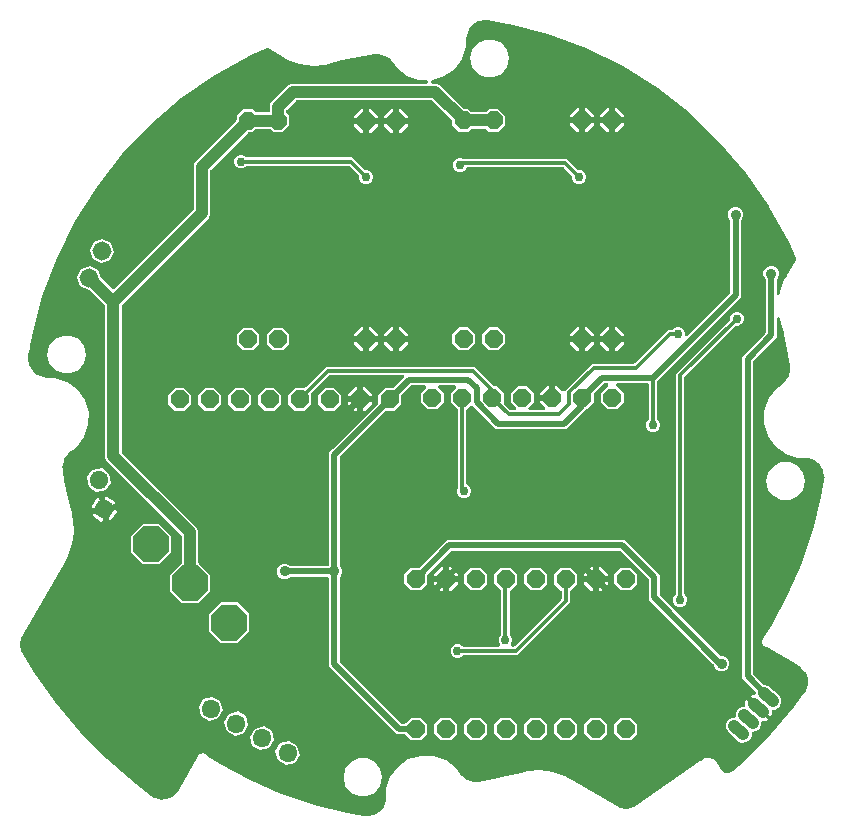
<source format=gbr>
G04 EAGLE Gerber RS-274X export*
G75*
%MOMM*%
%FSLAX34Y34*%
%LPD*%
%INBottom Copper*%
%IPPOS*%
%AMOC8*
5,1,8,0,0,1.08239X$1,22.5*%
G01*
%ADD10P,3.247170X8X247.500000*%
%ADD11P,1.649562X8X292.500000*%
%ADD12P,1.649562X8X202.500000*%
%ADD13P,1.632244X8X267.500000*%
%ADD14P,1.632244X8X352.500000*%
%ADD15P,1.649562X8X112.500000*%
%ADD16C,1.008000*%
%ADD17P,1.632244X8X302.500000*%
%ADD18C,0.500000*%
%ADD19C,0.906400*%
%ADD20C,0.756400*%
%ADD21C,0.300000*%
%ADD22C,1.000000*%

G36*
X450475Y162891D02*
X450475Y162891D01*
X450505Y162892D01*
X450519Y162896D01*
X450546Y162899D01*
X455434Y163843D01*
X455583Y163890D01*
X455732Y163933D01*
X455752Y163943D01*
X455764Y163947D01*
X455788Y163961D01*
X455915Y164025D01*
X460197Y166566D01*
X460321Y166661D01*
X460447Y166752D01*
X460462Y166769D01*
X460472Y166776D01*
X460489Y166798D01*
X460588Y166901D01*
X463757Y170741D01*
X463842Y170871D01*
X463929Y171000D01*
X463938Y171020D01*
X463945Y171031D01*
X463954Y171057D01*
X464012Y171188D01*
X465696Y175873D01*
X465716Y175962D01*
X465747Y176048D01*
X465767Y176180D01*
X465774Y176210D01*
X465774Y176224D01*
X465778Y176251D01*
X465994Y178740D01*
X465993Y178774D01*
X465999Y178869D01*
X465999Y185463D01*
X469422Y195839D01*
X475922Y204620D01*
X484846Y210923D01*
X495296Y214114D01*
X506219Y213871D01*
X516515Y210218D01*
X525150Y203524D01*
X526929Y200882D01*
X528202Y198993D01*
X528223Y198967D01*
X528285Y198880D01*
X529996Y196791D01*
X530072Y196716D01*
X530143Y196635D01*
X530220Y196573D01*
X530244Y196550D01*
X530264Y196538D01*
X530303Y196507D01*
X534726Y193448D01*
X534730Y193446D01*
X534732Y193444D01*
X534882Y193365D01*
X535031Y193286D01*
X535035Y193285D01*
X535038Y193283D01*
X535234Y193222D01*
X540468Y191986D01*
X540575Y191973D01*
X540679Y191951D01*
X540778Y191949D01*
X540812Y191945D01*
X540835Y191948D01*
X540884Y191947D01*
X543582Y192076D01*
X543612Y192081D01*
X543744Y192093D01*
X553000Y193550D01*
X553022Y193556D01*
X553067Y193562D01*
X571427Y197315D01*
X571449Y197322D01*
X571494Y197330D01*
X580580Y199621D01*
X580588Y199624D01*
X580602Y199627D01*
X582802Y200218D01*
X585741Y201006D01*
X596360Y201705D01*
X606912Y200318D01*
X616989Y196898D01*
X621597Y194238D01*
X621598Y194238D01*
X623571Y193098D01*
X661301Y171315D01*
X661332Y171301D01*
X661427Y171250D01*
X663916Y170111D01*
X664021Y170077D01*
X664122Y170034D01*
X664213Y170015D01*
X664245Y170004D01*
X664270Y170002D01*
X664323Y169991D01*
X669716Y169201D01*
X669723Y169201D01*
X669731Y169199D01*
X669896Y169196D01*
X670061Y169191D01*
X670069Y169192D01*
X670076Y169192D01*
X670279Y169226D01*
X675583Y170483D01*
X675686Y170520D01*
X675792Y170549D01*
X675876Y170589D01*
X675908Y170601D01*
X675929Y170614D01*
X675977Y170638D01*
X678357Y171989D01*
X678385Y172009D01*
X678477Y172065D01*
X731409Y209128D01*
X732183Y209670D01*
X732184Y209670D01*
X735141Y211741D01*
X735251Y211818D01*
X740056Y212238D01*
X744428Y210200D01*
X745094Y209248D01*
X749060Y203584D01*
X749895Y202391D01*
X750367Y201717D01*
X750388Y201693D01*
X750464Y201594D01*
X751080Y200885D01*
X751177Y200796D01*
X751270Y200701D01*
X751316Y200669D01*
X751335Y200652D01*
X751364Y200635D01*
X751382Y200623D01*
X751392Y200615D01*
X751401Y200610D01*
X751439Y200583D01*
X753040Y199620D01*
X753075Y199604D01*
X753106Y199583D01*
X753232Y199533D01*
X753355Y199477D01*
X753392Y199470D01*
X753427Y199456D01*
X753629Y199417D01*
X755484Y199187D01*
X755522Y199187D01*
X755559Y199180D01*
X755694Y199186D01*
X755829Y199185D01*
X755866Y199193D01*
X755904Y199195D01*
X756104Y199241D01*
X757892Y199785D01*
X758014Y199837D01*
X758138Y199884D01*
X758186Y199912D01*
X758209Y199923D01*
X758236Y199942D01*
X758314Y199989D01*
X759084Y200527D01*
X759100Y200541D01*
X759134Y200567D01*
X759202Y200618D01*
X759203Y200618D01*
X759211Y200628D01*
X759230Y200642D01*
X770380Y210673D01*
X770384Y210678D01*
X770389Y210681D01*
X770404Y210699D01*
X770442Y210732D01*
X791559Y232030D01*
X791579Y232055D01*
X791636Y232114D01*
X811074Y254954D01*
X811089Y254976D01*
X811127Y255020D01*
X820181Y266978D01*
X820198Y267006D01*
X820251Y267082D01*
X820261Y267094D01*
X820263Y267098D01*
X820268Y267105D01*
X821527Y269181D01*
X821563Y269259D01*
X821607Y269333D01*
X821660Y269472D01*
X821671Y269495D01*
X821673Y269506D01*
X821680Y269524D01*
X823081Y274156D01*
X823107Y274302D01*
X823138Y274447D01*
X823139Y274479D01*
X823142Y274496D01*
X823141Y274528D01*
X823144Y274652D01*
X822944Y279486D01*
X822920Y279633D01*
X822902Y279780D01*
X822892Y279811D01*
X822890Y279828D01*
X822877Y279857D01*
X822840Y279975D01*
X821060Y284475D01*
X820990Y284605D01*
X820924Y284738D01*
X820905Y284764D01*
X820897Y284779D01*
X820875Y284803D01*
X820801Y284903D01*
X817640Y288566D01*
X817577Y288624D01*
X817521Y288689D01*
X817405Y288782D01*
X817385Y288800D01*
X817376Y288805D01*
X817361Y288817D01*
X815367Y290203D01*
X815338Y290219D01*
X815261Y290270D01*
X814938Y290457D01*
X788089Y305958D01*
X788001Y305996D01*
X787917Y306043D01*
X787842Y306065D01*
X787772Y306095D01*
X787677Y306112D01*
X787585Y306139D01*
X787581Y306139D01*
X786212Y307039D01*
X786187Y307051D01*
X786138Y307085D01*
X784722Y307902D01*
X784391Y309504D01*
X784382Y309530D01*
X784371Y309588D01*
X783947Y311168D01*
X784846Y312534D01*
X784858Y312558D01*
X784891Y312608D01*
X785748Y314091D01*
X785760Y314100D01*
X785835Y314184D01*
X785917Y314261D01*
X785969Y314333D01*
X785991Y314357D01*
X786004Y314380D01*
X786037Y314427D01*
X792656Y324978D01*
X792669Y325004D01*
X792705Y325061D01*
X806508Y350559D01*
X806520Y350590D01*
X806564Y350674D01*
X818141Y377256D01*
X818151Y377288D01*
X818187Y377376D01*
X827454Y404849D01*
X827461Y404882D01*
X827489Y404972D01*
X834378Y433136D01*
X834382Y433165D01*
X834398Y433230D01*
X836934Y447507D01*
X836936Y447536D01*
X836943Y447565D01*
X836947Y447616D01*
X836954Y447667D01*
X837124Y450160D01*
X837120Y450251D01*
X837126Y450342D01*
X837109Y450475D01*
X837108Y450505D01*
X837104Y450519D01*
X837101Y450546D01*
X836157Y455434D01*
X836110Y455583D01*
X836067Y455732D01*
X836057Y455752D01*
X836053Y455764D01*
X836039Y455788D01*
X835975Y455915D01*
X833434Y460197D01*
X833339Y460321D01*
X833248Y460446D01*
X833231Y460462D01*
X833224Y460472D01*
X833202Y460489D01*
X833099Y460588D01*
X829259Y463757D01*
X829129Y463842D01*
X829000Y463929D01*
X828980Y463938D01*
X828969Y463945D01*
X828943Y463954D01*
X828812Y464012D01*
X824127Y465696D01*
X824038Y465716D01*
X823952Y465747D01*
X823820Y465767D01*
X823790Y465774D01*
X823776Y465774D01*
X823749Y465778D01*
X821260Y465994D01*
X821226Y465993D01*
X821131Y465999D01*
X814537Y465999D01*
X804161Y469422D01*
X795380Y475922D01*
X789077Y484846D01*
X785886Y495296D01*
X786129Y506219D01*
X789782Y516515D01*
X796476Y525150D01*
X801007Y528202D01*
X801033Y528223D01*
X801120Y528285D01*
X803209Y529996D01*
X803284Y530072D01*
X803365Y530143D01*
X803427Y530220D01*
X803450Y530244D01*
X803462Y530264D01*
X803493Y530303D01*
X806552Y534726D01*
X806554Y534730D01*
X806556Y534732D01*
X806635Y534882D01*
X806714Y535031D01*
X806715Y535035D01*
X806717Y535038D01*
X806778Y535234D01*
X808014Y540468D01*
X808027Y540575D01*
X808049Y540679D01*
X808051Y540778D01*
X808055Y540812D01*
X808052Y540835D01*
X808053Y540884D01*
X807924Y543582D01*
X807919Y543612D01*
X807907Y543744D01*
X806450Y553000D01*
X806444Y553022D01*
X806438Y553067D01*
X802685Y571427D01*
X802678Y571449D01*
X802670Y571494D01*
X800379Y580580D01*
X800376Y580586D01*
X800376Y580588D01*
X800373Y580602D01*
X799448Y584049D01*
X799393Y584188D01*
X799342Y584329D01*
X799329Y584348D01*
X799320Y584370D01*
X799235Y584493D01*
X799153Y584618D01*
X799136Y584634D01*
X799123Y584654D01*
X799011Y584754D01*
X798903Y584857D01*
X798883Y584869D01*
X798865Y584884D01*
X798734Y584956D01*
X798605Y585032D01*
X798582Y585039D01*
X798562Y585050D01*
X798417Y585090D01*
X798274Y585134D01*
X798251Y585136D01*
X798228Y585142D01*
X798079Y585147D01*
X797929Y585158D01*
X797906Y585154D01*
X797883Y585155D01*
X797736Y585126D01*
X797588Y585102D01*
X797567Y585093D01*
X797544Y585088D01*
X797407Y585026D01*
X797269Y584969D01*
X797250Y584955D01*
X797229Y584946D01*
X797110Y584854D01*
X796989Y584767D01*
X796973Y584749D01*
X796955Y584735D01*
X796860Y584619D01*
X796762Y584506D01*
X796751Y584485D01*
X796736Y584467D01*
X796671Y584333D01*
X796601Y584200D01*
X796595Y584177D01*
X796585Y584156D01*
X796552Y584010D01*
X796515Y583865D01*
X796513Y583834D01*
X796509Y583819D01*
X796509Y583787D01*
X796501Y583660D01*
X796501Y568136D01*
X776940Y548575D01*
X776853Y548466D01*
X776762Y548360D01*
X776746Y548330D01*
X776725Y548304D01*
X776666Y548178D01*
X776601Y548054D01*
X776593Y548021D01*
X776578Y547991D01*
X776550Y547855D01*
X776515Y547719D01*
X776512Y547674D01*
X776507Y547652D01*
X776508Y547619D01*
X776501Y547515D01*
X776501Y283549D01*
X776517Y283410D01*
X776527Y283271D01*
X776537Y283239D01*
X776541Y283205D01*
X776588Y283074D01*
X776629Y282941D01*
X776647Y282912D01*
X776658Y282880D01*
X776734Y282763D01*
X776805Y282643D01*
X776835Y282609D01*
X776847Y282590D01*
X776871Y282567D01*
X776940Y282488D01*
X785126Y274302D01*
X785131Y274299D01*
X785134Y274294D01*
X785266Y274191D01*
X785397Y274087D01*
X785402Y274085D01*
X785407Y274082D01*
X785559Y274011D01*
X785710Y273941D01*
X785716Y273939D01*
X785721Y273937D01*
X785883Y273904D01*
X786048Y273869D01*
X786054Y273869D01*
X786060Y273868D01*
X786265Y273865D01*
X786925Y273900D01*
X789565Y272965D01*
X799138Y264346D01*
X800344Y261818D01*
X800490Y259020D01*
X799555Y256380D01*
X797681Y254298D01*
X795153Y253093D01*
X793995Y253032D01*
X793960Y253026D01*
X793925Y253027D01*
X793790Y252997D01*
X793654Y252974D01*
X793622Y252960D01*
X793587Y252953D01*
X793463Y252893D01*
X793336Y252840D01*
X793307Y252819D01*
X793275Y252804D01*
X793168Y252717D01*
X793056Y252636D01*
X793033Y252609D01*
X793006Y252587D01*
X792921Y252478D01*
X792831Y252374D01*
X792815Y252342D01*
X792793Y252314D01*
X792735Y252189D01*
X792672Y252067D01*
X792663Y252032D01*
X792648Y252000D01*
X792621Y251865D01*
X792587Y251732D01*
X792587Y251696D01*
X792580Y251661D01*
X792576Y251456D01*
X792631Y250412D01*
X792417Y248935D01*
X791918Y247527D01*
X791547Y246903D01*
X782280Y255248D01*
X782279Y255248D01*
X773012Y263593D01*
X773593Y264027D01*
X774941Y264670D01*
X776389Y265037D01*
X777432Y265092D01*
X777467Y265098D01*
X777503Y265097D01*
X777638Y265127D01*
X777773Y265150D01*
X777806Y265163D01*
X777841Y265171D01*
X777965Y265230D01*
X778092Y265284D01*
X778121Y265305D01*
X778153Y265320D01*
X778260Y265407D01*
X778371Y265488D01*
X778394Y265515D01*
X778422Y265537D01*
X778507Y265646D01*
X778597Y265750D01*
X778613Y265782D01*
X778635Y265810D01*
X778692Y265934D01*
X778756Y266057D01*
X778764Y266092D01*
X778779Y266124D01*
X778806Y266258D01*
X778840Y266392D01*
X778841Y266428D01*
X778848Y266462D01*
X778851Y266668D01*
X778816Y267337D01*
X778799Y267436D01*
X778792Y267537D01*
X778771Y267607D01*
X778758Y267678D01*
X778719Y267771D01*
X778690Y267867D01*
X778652Y267930D01*
X778624Y267997D01*
X778565Y268078D01*
X778514Y268165D01*
X778440Y268249D01*
X778420Y268276D01*
X778405Y268289D01*
X778379Y268319D01*
X770575Y276123D01*
X767499Y279199D01*
X767499Y551864D01*
X787060Y571425D01*
X787147Y571534D01*
X787238Y571640D01*
X787254Y571670D01*
X787275Y571696D01*
X787334Y571822D01*
X787399Y571946D01*
X787407Y571979D01*
X787422Y572009D01*
X787450Y572145D01*
X787485Y572281D01*
X787488Y572326D01*
X787493Y572348D01*
X787492Y572381D01*
X787499Y572485D01*
X787499Y616641D01*
X787483Y616779D01*
X787473Y616919D01*
X787463Y616951D01*
X787459Y616984D01*
X787412Y617115D01*
X787371Y617249D01*
X787353Y617278D01*
X787342Y617310D01*
X787266Y617426D01*
X787195Y617546D01*
X787165Y617581D01*
X787153Y617599D01*
X787129Y617623D01*
X787060Y617701D01*
X786462Y618299D01*
X785467Y620701D01*
X785467Y623299D01*
X786462Y625701D01*
X788299Y627538D01*
X790701Y628533D01*
X793299Y628533D01*
X795701Y627538D01*
X797538Y625701D01*
X798533Y623299D01*
X798533Y620701D01*
X797538Y618299D01*
X796940Y617701D01*
X796853Y617592D01*
X796762Y617487D01*
X796746Y617457D01*
X796725Y617430D01*
X796666Y617304D01*
X796601Y617180D01*
X796593Y617148D01*
X796578Y617117D01*
X796550Y616981D01*
X796515Y616846D01*
X796512Y616801D01*
X796507Y616779D01*
X796508Y616745D01*
X796501Y616641D01*
X796501Y605619D01*
X796509Y605544D01*
X796508Y605469D01*
X796529Y605373D01*
X796541Y605276D01*
X796566Y605205D01*
X796582Y605131D01*
X796625Y605043D01*
X796658Y604951D01*
X796699Y604888D01*
X796732Y604820D01*
X796793Y604743D01*
X796847Y604661D01*
X796901Y604609D01*
X796949Y604550D01*
X797026Y604490D01*
X797097Y604422D01*
X797162Y604384D01*
X797222Y604338D01*
X797311Y604297D01*
X797395Y604247D01*
X797467Y604225D01*
X797536Y604194D01*
X797632Y604174D01*
X797726Y604145D01*
X797801Y604140D01*
X797875Y604125D01*
X797973Y604128D01*
X798071Y604122D01*
X798145Y604134D01*
X798220Y604136D01*
X798315Y604162D01*
X798412Y604178D01*
X798481Y604207D01*
X798554Y604226D01*
X798641Y604273D01*
X798731Y604310D01*
X798792Y604354D01*
X798859Y604390D01*
X798932Y604455D01*
X799011Y604513D01*
X799061Y604570D01*
X799117Y604620D01*
X799174Y604700D01*
X799238Y604774D01*
X799273Y604841D01*
X799317Y604902D01*
X799353Y604993D01*
X799399Y605080D01*
X799418Y605153D01*
X799446Y605223D01*
X799482Y605404D01*
X799485Y605415D01*
X799486Y605419D01*
X799486Y605424D01*
X799682Y606912D01*
X803102Y616989D01*
X804623Y619625D01*
X805048Y620360D01*
X805762Y621598D01*
X805763Y621598D01*
X806901Y623570D01*
X806902Y623571D01*
X812881Y633927D01*
X812916Y634008D01*
X812960Y634086D01*
X812984Y634166D01*
X813018Y634244D01*
X813034Y634332D01*
X813059Y634417D01*
X813064Y634501D01*
X813079Y634584D01*
X813074Y634673D01*
X813079Y634762D01*
X813064Y634845D01*
X813060Y634929D01*
X813035Y635015D01*
X813020Y635103D01*
X812971Y635234D01*
X812963Y635261D01*
X812956Y635273D01*
X812948Y635295D01*
X806937Y648559D01*
X806920Y648587D01*
X806886Y648661D01*
X790301Y678899D01*
X790282Y678926D01*
X790221Y679028D01*
X770653Y707427D01*
X770632Y707452D01*
X770560Y707548D01*
X748213Y733815D01*
X748189Y733838D01*
X748108Y733926D01*
X723211Y757791D01*
X723185Y757810D01*
X723096Y757890D01*
X695906Y779106D01*
X695896Y779112D01*
X695887Y779121D01*
X695858Y779138D01*
X695781Y779193D01*
X666579Y797541D01*
X666550Y797555D01*
X666446Y797615D01*
X635534Y812905D01*
X635503Y812916D01*
X635394Y812966D01*
X603090Y825041D01*
X603058Y825049D01*
X602944Y825087D01*
X569582Y833823D01*
X569550Y833827D01*
X569470Y833847D01*
X552499Y836933D01*
X552470Y836935D01*
X552467Y836936D01*
X552397Y836948D01*
X552396Y836948D01*
X552375Y836948D01*
X552333Y836954D01*
X549840Y837124D01*
X549749Y837120D01*
X549658Y837126D01*
X549525Y837109D01*
X549495Y837108D01*
X549481Y837104D01*
X549454Y837101D01*
X544566Y836157D01*
X544417Y836111D01*
X544268Y836067D01*
X544248Y836057D01*
X544236Y836053D01*
X544212Y836039D01*
X544085Y835975D01*
X539803Y833434D01*
X539679Y833339D01*
X539553Y833248D01*
X539538Y833231D01*
X539528Y833224D01*
X539511Y833202D01*
X539412Y833099D01*
X536243Y829260D01*
X536158Y829129D01*
X536071Y829000D01*
X536062Y828980D01*
X536055Y828969D01*
X536046Y828943D01*
X535988Y828812D01*
X534304Y824127D01*
X534284Y824038D01*
X534253Y823952D01*
X534233Y823820D01*
X534226Y823790D01*
X534226Y823776D01*
X534222Y823749D01*
X534006Y821260D01*
X534007Y821226D01*
X534001Y821131D01*
X534001Y814537D01*
X530578Y804161D01*
X524078Y795380D01*
X515154Y789077D01*
X504861Y785934D01*
X504747Y785884D01*
X504630Y785842D01*
X504589Y785815D01*
X504544Y785795D01*
X504445Y785721D01*
X504340Y785653D01*
X504307Y785618D01*
X504267Y785588D01*
X504188Y785493D01*
X504102Y785403D01*
X504077Y785361D01*
X504046Y785323D01*
X503990Y785212D01*
X503927Y785105D01*
X503912Y785058D01*
X503890Y785014D01*
X503861Y784893D01*
X503825Y784774D01*
X503821Y784725D01*
X503810Y784678D01*
X503810Y784553D01*
X503801Y784429D01*
X503809Y784381D01*
X503809Y784332D01*
X503837Y784211D01*
X503857Y784088D01*
X503876Y784043D01*
X503887Y783995D01*
X503942Y783884D01*
X503990Y783769D01*
X504018Y783729D01*
X504040Y783685D01*
X504119Y783589D01*
X504192Y783489D01*
X504229Y783456D01*
X504260Y783419D01*
X504359Y783344D01*
X504453Y783262D01*
X504497Y783239D01*
X504536Y783209D01*
X504649Y783159D01*
X504759Y783101D01*
X504807Y783089D01*
X504852Y783069D01*
X504974Y783046D01*
X505094Y783015D01*
X505162Y783010D01*
X505191Y783005D01*
X505223Y783006D01*
X505299Y783001D01*
X508857Y783001D01*
X511430Y781935D01*
X531371Y761993D01*
X531481Y761907D01*
X531586Y761815D01*
X531616Y761800D01*
X531643Y761779D01*
X531769Y761720D01*
X531892Y761655D01*
X531925Y761646D01*
X531956Y761632D01*
X532092Y761603D01*
X532227Y761568D01*
X532272Y761565D01*
X532294Y761561D01*
X532328Y761561D01*
X532432Y761554D01*
X535516Y761554D01*
X537697Y759373D01*
X537806Y759287D01*
X537911Y759195D01*
X537941Y759180D01*
X537968Y759159D01*
X538094Y759100D01*
X538217Y759035D01*
X538250Y759026D01*
X538281Y759012D01*
X538417Y758983D01*
X538552Y758948D01*
X538597Y758945D01*
X538619Y758941D01*
X538653Y758941D01*
X538757Y758934D01*
X549705Y758934D01*
X549843Y758950D01*
X549982Y758960D01*
X550015Y758970D01*
X550048Y758974D01*
X550179Y759022D01*
X550312Y759063D01*
X550342Y759080D01*
X550373Y759092D01*
X550490Y759168D01*
X550610Y759239D01*
X550644Y759268D01*
X550663Y759280D01*
X550686Y759305D01*
X550765Y759373D01*
X552946Y761554D01*
X560916Y761554D01*
X566552Y755919D01*
X566552Y747949D01*
X560916Y742313D01*
X552946Y742313D01*
X550765Y744494D01*
X550656Y744580D01*
X550550Y744672D01*
X550520Y744687D01*
X550494Y744708D01*
X550368Y744767D01*
X550244Y744832D01*
X550211Y744841D01*
X550181Y744855D01*
X550045Y744884D01*
X549909Y744919D01*
X549864Y744922D01*
X549843Y744926D01*
X549809Y744926D01*
X549705Y744933D01*
X538757Y744933D01*
X538619Y744917D01*
X538479Y744907D01*
X538447Y744897D01*
X538413Y744893D01*
X538282Y744846D01*
X538149Y744804D01*
X538120Y744787D01*
X538088Y744775D01*
X537971Y744699D01*
X537851Y744629D01*
X537817Y744599D01*
X537799Y744587D01*
X537775Y744562D01*
X537697Y744494D01*
X535516Y742313D01*
X527546Y742313D01*
X521910Y747949D01*
X521910Y751033D01*
X521894Y751171D01*
X521884Y751310D01*
X521874Y751343D01*
X521870Y751376D01*
X521823Y751507D01*
X521781Y751640D01*
X521764Y751670D01*
X521753Y751701D01*
X521677Y751818D01*
X521606Y751938D01*
X521576Y751972D01*
X521564Y751991D01*
X521539Y752014D01*
X521471Y752093D01*
X505004Y768560D01*
X504895Y768647D01*
X504789Y768738D01*
X504759Y768754D01*
X504733Y768775D01*
X504607Y768834D01*
X504483Y768899D01*
X504450Y768907D01*
X504420Y768922D01*
X504283Y768950D01*
X504148Y768985D01*
X504103Y768988D01*
X504081Y768993D01*
X504048Y768992D01*
X503944Y768999D01*
X390521Y768999D01*
X390383Y768983D01*
X390243Y768973D01*
X390211Y768963D01*
X390177Y768959D01*
X390046Y768912D01*
X389913Y768871D01*
X389884Y768853D01*
X389852Y768842D01*
X389735Y768766D01*
X389615Y768695D01*
X389581Y768665D01*
X389563Y768653D01*
X389539Y768629D01*
X389461Y768560D01*
X381940Y761039D01*
X381853Y760930D01*
X381762Y760825D01*
X381746Y760795D01*
X381725Y760768D01*
X381666Y760642D01*
X381601Y760519D01*
X381593Y760486D01*
X381578Y760455D01*
X381550Y760319D01*
X381515Y760184D01*
X381512Y760139D01*
X381507Y760117D01*
X381508Y760083D01*
X381501Y759979D01*
X381501Y758926D01*
X381517Y758788D01*
X381527Y758649D01*
X381537Y758616D01*
X381541Y758583D01*
X381588Y758452D01*
X381629Y758318D01*
X381647Y758289D01*
X381658Y758257D01*
X381734Y758141D01*
X381805Y758021D01*
X381835Y757987D01*
X381847Y757968D01*
X381871Y757945D01*
X381940Y757866D01*
X384121Y755685D01*
X384121Y747715D01*
X378485Y742079D01*
X370515Y742079D01*
X368334Y744260D01*
X368225Y744347D01*
X368120Y744438D01*
X368090Y744454D01*
X368063Y744475D01*
X367937Y744534D01*
X367813Y744599D01*
X367781Y744607D01*
X367750Y744622D01*
X367614Y744650D01*
X367479Y744685D01*
X367434Y744688D01*
X367412Y744693D01*
X367378Y744692D01*
X367274Y744699D01*
X356326Y744699D01*
X356188Y744683D01*
X356049Y744673D01*
X356016Y744663D01*
X355983Y744659D01*
X355852Y744612D01*
X355718Y744571D01*
X355689Y744553D01*
X355657Y744542D01*
X355541Y744466D01*
X355421Y744395D01*
X355387Y744365D01*
X355368Y744353D01*
X355345Y744329D01*
X355266Y744260D01*
X353085Y742079D01*
X350001Y742079D01*
X349863Y742063D01*
X349723Y742053D01*
X349691Y742043D01*
X349657Y742039D01*
X349526Y741992D01*
X349393Y741951D01*
X349364Y741933D01*
X349332Y741922D01*
X349215Y741846D01*
X349095Y741775D01*
X349061Y741745D01*
X349043Y741733D01*
X349019Y741709D01*
X348941Y741640D01*
X317440Y710139D01*
X317353Y710030D01*
X317262Y709925D01*
X317246Y709895D01*
X317225Y709868D01*
X317166Y709742D01*
X317101Y709619D01*
X317093Y709586D01*
X317078Y709555D01*
X317050Y709419D01*
X317015Y709284D01*
X317012Y709239D01*
X317007Y709217D01*
X317008Y709183D01*
X317001Y709079D01*
X317001Y671996D01*
X315935Y669423D01*
X242440Y595928D01*
X242353Y595819D01*
X242262Y595713D01*
X242246Y595683D01*
X242225Y595657D01*
X242166Y595531D01*
X242101Y595407D01*
X242093Y595374D01*
X242078Y595344D01*
X242050Y595207D01*
X242015Y595072D01*
X242012Y595027D01*
X242007Y595005D01*
X242008Y594972D01*
X242001Y594868D01*
X242001Y471521D01*
X242017Y471383D01*
X242027Y471243D01*
X242037Y471211D01*
X242041Y471177D01*
X242088Y471046D01*
X242129Y470913D01*
X242147Y470884D01*
X242158Y470852D01*
X242234Y470735D01*
X242305Y470615D01*
X242335Y470581D01*
X242347Y470563D01*
X242371Y470539D01*
X242440Y470461D01*
X305935Y406966D01*
X307001Y404393D01*
X307001Y377663D01*
X307017Y377525D01*
X307027Y377385D01*
X307037Y377353D01*
X307041Y377319D01*
X307088Y377189D01*
X307129Y377055D01*
X307147Y377026D01*
X307158Y376994D01*
X307234Y376878D01*
X307305Y376757D01*
X307335Y376723D01*
X307347Y376705D01*
X307371Y376681D01*
X307440Y376603D01*
X317001Y367042D01*
X317001Y352958D01*
X307042Y342999D01*
X292958Y342999D01*
X282999Y352958D01*
X282999Y367042D01*
X292560Y376603D01*
X292647Y376712D01*
X292738Y376817D01*
X292754Y376847D01*
X292775Y376874D01*
X292834Y377000D01*
X292899Y377123D01*
X292907Y377156D01*
X292922Y377187D01*
X292950Y377323D01*
X292985Y377458D01*
X292988Y377503D01*
X292993Y377525D01*
X292992Y377559D01*
X292999Y377663D01*
X292999Y399479D01*
X292983Y399617D01*
X292973Y399757D01*
X292963Y399789D01*
X292959Y399823D01*
X292912Y399954D01*
X292871Y400087D01*
X292853Y400116D01*
X292842Y400148D01*
X292766Y400265D01*
X292695Y400385D01*
X292665Y400419D01*
X292653Y400437D01*
X292629Y400461D01*
X292560Y400539D01*
X229065Y464034D01*
X227999Y466607D01*
X227999Y594868D01*
X227983Y595005D01*
X227973Y595145D01*
X227963Y595177D01*
X227959Y595211D01*
X227912Y595342D01*
X227871Y595475D01*
X227853Y595504D01*
X227842Y595536D01*
X227766Y595653D01*
X227695Y595773D01*
X227665Y595807D01*
X227653Y595826D01*
X227629Y595849D01*
X227560Y595928D01*
X215578Y607910D01*
X215535Y607944D01*
X215498Y607985D01*
X215400Y608051D01*
X215307Y608125D01*
X215257Y608148D01*
X215212Y608179D01*
X215101Y608221D01*
X214994Y608272D01*
X214940Y608283D01*
X214889Y608303D01*
X214771Y608318D01*
X214655Y608343D01*
X214600Y608342D01*
X214546Y608349D01*
X214428Y608338D01*
X214310Y608335D01*
X214309Y608335D01*
X207104Y611694D01*
X204400Y619122D01*
X207741Y626285D01*
X215168Y628988D01*
X222331Y625648D01*
X224901Y618587D01*
X224924Y618541D01*
X224939Y618492D01*
X225001Y618387D01*
X225056Y618277D01*
X225089Y618238D01*
X225115Y618194D01*
X225250Y618039D01*
X233940Y609349D01*
X233968Y609327D01*
X233991Y609300D01*
X234103Y609220D01*
X234211Y609134D01*
X234243Y609119D01*
X234272Y609099D01*
X234399Y609046D01*
X234524Y608988D01*
X234559Y608980D01*
X234591Y608967D01*
X234728Y608945D01*
X234862Y608916D01*
X234898Y608917D01*
X234933Y608911D01*
X235070Y608921D01*
X235208Y608924D01*
X235242Y608933D01*
X235278Y608936D01*
X235409Y608977D01*
X235542Y609012D01*
X235574Y609028D01*
X235608Y609039D01*
X235727Y609109D01*
X235848Y609173D01*
X235875Y609196D01*
X235905Y609214D01*
X236060Y609349D01*
X302560Y675849D01*
X302647Y675958D01*
X302738Y676064D01*
X302754Y676094D01*
X302775Y676120D01*
X302834Y676246D01*
X302899Y676370D01*
X302907Y676403D01*
X302922Y676433D01*
X302950Y676569D01*
X302985Y676705D01*
X302988Y676750D01*
X302993Y676771D01*
X302992Y676805D01*
X302999Y676909D01*
X302999Y713993D01*
X304065Y716566D01*
X339040Y751541D01*
X339127Y751650D01*
X339218Y751755D01*
X339234Y751785D01*
X339255Y751812D01*
X339314Y751938D01*
X339379Y752061D01*
X339387Y752094D01*
X339402Y752125D01*
X339430Y752261D01*
X339465Y752396D01*
X339468Y752441D01*
X339473Y752463D01*
X339472Y752497D01*
X339479Y752601D01*
X339479Y755685D01*
X345115Y761321D01*
X353085Y761321D01*
X355266Y759140D01*
X355375Y759053D01*
X355480Y758962D01*
X355510Y758946D01*
X355537Y758925D01*
X355663Y758866D01*
X355787Y758801D01*
X355819Y758793D01*
X355850Y758778D01*
X355986Y758750D01*
X356121Y758715D01*
X356166Y758712D01*
X356188Y758707D01*
X356222Y758708D01*
X356326Y758701D01*
X366000Y758701D01*
X366035Y758705D01*
X366071Y758702D01*
X366207Y758725D01*
X366343Y758741D01*
X366377Y758753D01*
X366412Y758758D01*
X366539Y758811D01*
X366669Y758858D01*
X366698Y758877D01*
X366731Y758891D01*
X366843Y758972D01*
X366958Y759047D01*
X366983Y759073D01*
X367011Y759093D01*
X367102Y759197D01*
X367197Y759297D01*
X367215Y759328D01*
X367238Y759354D01*
X367302Y759477D01*
X367372Y759595D01*
X367382Y759629D01*
X367399Y759661D01*
X367433Y759794D01*
X367474Y759926D01*
X367476Y759961D01*
X367485Y759995D01*
X367499Y760200D01*
X367499Y764893D01*
X368565Y767466D01*
X383034Y781935D01*
X385607Y783001D01*
X499609Y783001D01*
X499764Y783019D01*
X499920Y783033D01*
X499936Y783039D01*
X499952Y783041D01*
X500099Y783094D01*
X500247Y783144D01*
X500262Y783152D01*
X500277Y783158D01*
X500409Y783244D01*
X500541Y783326D01*
X500553Y783338D01*
X500567Y783347D01*
X500675Y783460D01*
X500785Y783571D01*
X500794Y783585D01*
X500806Y783597D01*
X500885Y783732D01*
X500967Y783865D01*
X500972Y783881D01*
X500981Y783895D01*
X501027Y784044D01*
X501076Y784193D01*
X501078Y784210D01*
X501083Y784226D01*
X501093Y784382D01*
X501108Y784537D01*
X501105Y784554D01*
X501106Y784571D01*
X501081Y784725D01*
X501059Y784880D01*
X501053Y784895D01*
X501050Y784912D01*
X500991Y785055D01*
X500934Y785202D01*
X500924Y785216D01*
X500918Y785231D01*
X500826Y785358D01*
X500738Y785487D01*
X500725Y785498D01*
X500716Y785511D01*
X500597Y785614D01*
X500482Y785719D01*
X500467Y785727D01*
X500454Y785738D01*
X500316Y785811D01*
X500179Y785886D01*
X500163Y785891D01*
X500148Y785899D01*
X499996Y785938D01*
X499847Y785980D01*
X499825Y785982D01*
X499814Y785985D01*
X499727Y785991D01*
X499642Y785999D01*
X493781Y786129D01*
X483485Y789782D01*
X474850Y796476D01*
X473071Y799118D01*
X471798Y801007D01*
X471777Y801033D01*
X471715Y801120D01*
X470004Y803209D01*
X469928Y803284D01*
X469857Y803365D01*
X469780Y803427D01*
X469756Y803450D01*
X469736Y803462D01*
X469697Y803493D01*
X465274Y806552D01*
X465270Y806554D01*
X465268Y806556D01*
X465118Y806635D01*
X464969Y806714D01*
X464965Y806715D01*
X464962Y806717D01*
X464766Y806778D01*
X459532Y808014D01*
X459425Y808027D01*
X459321Y808049D01*
X459222Y808051D01*
X459188Y808055D01*
X459165Y808052D01*
X459116Y808053D01*
X456418Y807924D01*
X456388Y807919D01*
X456256Y807907D01*
X447000Y806450D01*
X446978Y806444D01*
X446933Y806438D01*
X428573Y802685D01*
X428551Y802678D01*
X428506Y802670D01*
X419420Y800379D01*
X419412Y800376D01*
X419398Y800373D01*
X417198Y799782D01*
X414259Y798994D01*
X403640Y798295D01*
X393088Y799682D01*
X383010Y803102D01*
X378403Y805762D01*
X378402Y805762D01*
X376430Y806901D01*
X376429Y806902D01*
X366073Y812881D01*
X365992Y812916D01*
X365914Y812960D01*
X365834Y812984D01*
X365756Y813018D01*
X365668Y813034D01*
X365583Y813059D01*
X365499Y813064D01*
X365416Y813079D01*
X365327Y813074D01*
X365238Y813079D01*
X365155Y813064D01*
X365071Y813060D01*
X364985Y813035D01*
X364897Y813020D01*
X364766Y812971D01*
X364739Y812963D01*
X364727Y812956D01*
X364705Y812948D01*
X351441Y806937D01*
X351413Y806920D01*
X351339Y806886D01*
X321101Y790301D01*
X321074Y790282D01*
X320972Y790221D01*
X292573Y770653D01*
X292548Y770632D01*
X292452Y770560D01*
X266185Y748213D01*
X266162Y748189D01*
X266074Y748108D01*
X242209Y723211D01*
X242190Y723185D01*
X242110Y723096D01*
X220894Y695906D01*
X220877Y695878D01*
X220807Y695781D01*
X202459Y666579D01*
X202445Y666550D01*
X202385Y666446D01*
X187095Y635534D01*
X187084Y635503D01*
X187034Y635394D01*
X174959Y603090D01*
X174951Y603058D01*
X174913Y602944D01*
X166177Y569582D01*
X166173Y569550D01*
X166153Y569470D01*
X165875Y567944D01*
X165330Y564946D01*
X165330Y564945D01*
X164785Y561947D01*
X164240Y558949D01*
X164239Y558949D01*
X164239Y558948D01*
X163694Y555950D01*
X163149Y552952D01*
X163149Y552951D01*
X163067Y552499D01*
X163065Y552470D01*
X163046Y552333D01*
X162876Y549840D01*
X162880Y549749D01*
X162874Y549658D01*
X162891Y549525D01*
X162892Y549495D01*
X162896Y549481D01*
X162899Y549454D01*
X163843Y544566D01*
X163890Y544417D01*
X163933Y544268D01*
X163943Y544248D01*
X163947Y544236D01*
X163961Y544212D01*
X164025Y544085D01*
X166566Y539803D01*
X166661Y539679D01*
X166752Y539553D01*
X166769Y539538D01*
X166776Y539528D01*
X166798Y539511D01*
X166901Y539412D01*
X170741Y536243D01*
X170871Y536158D01*
X171000Y536071D01*
X171020Y536062D01*
X171031Y536055D01*
X171057Y536046D01*
X171188Y535988D01*
X175873Y534304D01*
X175962Y534284D01*
X176048Y534253D01*
X176180Y534233D01*
X176210Y534226D01*
X176224Y534226D01*
X176251Y534222D01*
X178740Y534006D01*
X178774Y534007D01*
X178869Y534001D01*
X185463Y534001D01*
X195839Y530578D01*
X204620Y524078D01*
X210923Y515154D01*
X214114Y504704D01*
X213871Y493781D01*
X210218Y483485D01*
X203524Y474850D01*
X198993Y471798D01*
X198967Y471777D01*
X198880Y471715D01*
X196791Y470004D01*
X196716Y469928D01*
X196635Y469857D01*
X196573Y469780D01*
X196550Y469756D01*
X196538Y469736D01*
X196507Y469697D01*
X193448Y465274D01*
X193446Y465270D01*
X193444Y465268D01*
X193364Y465116D01*
X193286Y464969D01*
X193285Y464965D01*
X193283Y464962D01*
X193222Y464766D01*
X191986Y459532D01*
X191973Y459425D01*
X191951Y459321D01*
X191949Y459222D01*
X191945Y459188D01*
X191948Y459165D01*
X191947Y459116D01*
X192076Y456418D01*
X192081Y456387D01*
X192082Y456379D01*
X192081Y456347D01*
X192087Y456319D01*
X192093Y456256D01*
X193550Y447000D01*
X193556Y446978D01*
X193562Y446933D01*
X197315Y428573D01*
X197322Y428551D01*
X197330Y428506D01*
X199621Y419420D01*
X199624Y419412D01*
X199627Y419398D01*
X200218Y417198D01*
X201006Y414259D01*
X201705Y403640D01*
X200318Y393088D01*
X196898Y383010D01*
X194238Y378402D01*
X193099Y376430D01*
X193098Y376429D01*
X159064Y317480D01*
X159064Y317479D01*
X158213Y316007D01*
X158200Y315976D01*
X158153Y315890D01*
X157079Y313585D01*
X157075Y313571D01*
X157067Y313557D01*
X157043Y313481D01*
X157010Y313409D01*
X156980Y313287D01*
X156971Y313257D01*
X156969Y313242D01*
X156965Y313227D01*
X156964Y313221D01*
X156962Y313210D01*
X156092Y308220D01*
X156083Y308059D01*
X156071Y307901D01*
X156073Y307884D01*
X156072Y307875D01*
X156077Y307851D01*
X156094Y307697D01*
X156993Y302713D01*
X157021Y302622D01*
X157039Y302529D01*
X157084Y302412D01*
X157094Y302382D01*
X157102Y302367D01*
X157114Y302338D01*
X158201Y300040D01*
X158204Y300034D01*
X158207Y300027D01*
X158212Y300018D01*
X158214Y300012D01*
X158224Y299997D01*
X158243Y299963D01*
X158278Y299897D01*
X166778Y286041D01*
X166796Y286019D01*
X166829Y285964D01*
X185504Y259361D01*
X185527Y259336D01*
X185580Y259263D01*
X206382Y234288D01*
X206406Y234265D01*
X206407Y234263D01*
X206427Y234236D01*
X206441Y234224D01*
X206465Y234197D01*
X229252Y211019D01*
X229278Y210998D01*
X229342Y210935D01*
X253960Y189712D01*
X253984Y189696D01*
X254032Y189653D01*
X266976Y179821D01*
X266989Y179813D01*
X267011Y179794D01*
X267012Y179794D01*
X267040Y179779D01*
X267105Y179732D01*
X269181Y178473D01*
X269259Y178437D01*
X269333Y178393D01*
X269472Y178340D01*
X269495Y178329D01*
X269506Y178327D01*
X269525Y178320D01*
X274156Y176919D01*
X274302Y176893D01*
X274447Y176862D01*
X274479Y176861D01*
X274496Y176858D01*
X274528Y176859D01*
X274652Y176856D01*
X279486Y177056D01*
X279633Y177080D01*
X279780Y177098D01*
X279811Y177108D01*
X279828Y177110D01*
X279857Y177123D01*
X279975Y177160D01*
X284475Y178940D01*
X284605Y179010D01*
X284738Y179076D01*
X284764Y179095D01*
X284779Y179103D01*
X284803Y179125D01*
X284903Y179199D01*
X288566Y182360D01*
X288624Y182423D01*
X288689Y182479D01*
X288782Y182595D01*
X288800Y182615D01*
X288805Y182624D01*
X288817Y182639D01*
X290203Y184633D01*
X290219Y184662D01*
X290270Y184739D01*
X291409Y186712D01*
X305958Y211911D01*
X305996Y211999D01*
X306043Y212083D01*
X306065Y212158D01*
X306095Y212228D01*
X306112Y212323D01*
X306139Y212415D01*
X306139Y212419D01*
X307039Y213788D01*
X307051Y213812D01*
X307085Y213862D01*
X307902Y215278D01*
X309504Y215609D01*
X309529Y215618D01*
X309588Y215629D01*
X311168Y216053D01*
X312534Y215154D01*
X312559Y215142D01*
X312608Y215109D01*
X314091Y214252D01*
X314100Y214240D01*
X314184Y214165D01*
X314261Y214083D01*
X314333Y214031D01*
X314357Y214009D01*
X314380Y213996D01*
X314427Y213963D01*
X324978Y207344D01*
X325004Y207331D01*
X325061Y207295D01*
X350559Y193492D01*
X350590Y193480D01*
X350674Y193436D01*
X377256Y181859D01*
X377288Y181849D01*
X377376Y181813D01*
X404849Y172546D01*
X404882Y172539D01*
X404972Y172511D01*
X433136Y165622D01*
X433165Y165618D01*
X433230Y165602D01*
X447507Y163066D01*
X447536Y163064D01*
X447565Y163057D01*
X447616Y163053D01*
X447667Y163046D01*
X450160Y162876D01*
X450251Y162880D01*
X450342Y162874D01*
X450475Y162891D01*
G37*
%LPC*%
G36*
X487115Y226879D02*
X487115Y226879D01*
X482434Y231560D01*
X482325Y231647D01*
X482220Y231738D01*
X482190Y231754D01*
X482163Y231775D01*
X482037Y231834D01*
X481913Y231899D01*
X481881Y231907D01*
X481850Y231922D01*
X481714Y231950D01*
X481579Y231985D01*
X481534Y231988D01*
X481512Y231993D01*
X481478Y231992D01*
X481374Y231999D01*
X475236Y231999D01*
X417499Y289736D01*
X417499Y364000D01*
X417495Y364035D01*
X417498Y364071D01*
X417475Y364207D01*
X417459Y364343D01*
X417447Y364377D01*
X417442Y364412D01*
X417389Y364539D01*
X417342Y364669D01*
X417323Y364698D01*
X417309Y364731D01*
X417228Y364843D01*
X417153Y364958D01*
X417127Y364983D01*
X417107Y365011D01*
X417003Y365102D01*
X416903Y365197D01*
X416872Y365215D01*
X416846Y365238D01*
X416723Y365302D01*
X416605Y365372D01*
X416571Y365382D01*
X416539Y365399D01*
X416406Y365433D01*
X416274Y365474D01*
X416239Y365476D01*
X416205Y365485D01*
X416000Y365499D01*
X385359Y365499D01*
X385221Y365483D01*
X385081Y365473D01*
X385049Y365463D01*
X385016Y365459D01*
X384885Y365412D01*
X384751Y365371D01*
X384722Y365353D01*
X384690Y365342D01*
X384574Y365266D01*
X384454Y365195D01*
X384419Y365165D01*
X384401Y365153D01*
X384377Y365129D01*
X384299Y365060D01*
X383701Y364462D01*
X381299Y363467D01*
X378701Y363467D01*
X376299Y364462D01*
X374462Y366299D01*
X373467Y368701D01*
X373467Y371299D01*
X374462Y373701D01*
X376299Y375538D01*
X378701Y376533D01*
X381299Y376533D01*
X383701Y375538D01*
X384299Y374940D01*
X384408Y374853D01*
X384513Y374762D01*
X384543Y374746D01*
X384570Y374725D01*
X384696Y374666D01*
X384820Y374601D01*
X384852Y374593D01*
X384883Y374578D01*
X385019Y374550D01*
X385154Y374515D01*
X385199Y374512D01*
X385221Y374507D01*
X385255Y374508D01*
X385359Y374501D01*
X416000Y374501D01*
X416035Y374505D01*
X416071Y374502D01*
X416207Y374525D01*
X416343Y374541D01*
X416377Y374553D01*
X416412Y374558D01*
X416539Y374611D01*
X416669Y374658D01*
X416698Y374677D01*
X416731Y374691D01*
X416843Y374772D01*
X416958Y374847D01*
X416983Y374873D01*
X417011Y374893D01*
X417102Y374997D01*
X417197Y375097D01*
X417215Y375128D01*
X417238Y375154D01*
X417302Y375277D01*
X417372Y375395D01*
X417382Y375429D01*
X417399Y375461D01*
X417433Y375594D01*
X417474Y375726D01*
X417476Y375761D01*
X417485Y375795D01*
X417499Y376000D01*
X417499Y470764D01*
X420575Y473840D01*
X458840Y512105D01*
X458927Y512214D01*
X459018Y512320D01*
X459034Y512350D01*
X459055Y512376D01*
X459114Y512502D01*
X459179Y512626D01*
X459187Y512659D01*
X459202Y512689D01*
X459230Y512825D01*
X459265Y512961D01*
X459268Y513006D01*
X459273Y513028D01*
X459272Y513061D01*
X459279Y513165D01*
X459279Y519785D01*
X464915Y525421D01*
X471535Y525421D01*
X471673Y525437D01*
X471812Y525447D01*
X471845Y525457D01*
X471878Y525461D01*
X472009Y525508D01*
X472142Y525549D01*
X472172Y525567D01*
X472203Y525578D01*
X472320Y525654D01*
X472440Y525725D01*
X472474Y525755D01*
X472493Y525767D01*
X472516Y525791D01*
X472595Y525860D01*
X480280Y533545D01*
X480675Y533940D01*
X480740Y534022D01*
X480812Y534097D01*
X480847Y534157D01*
X480890Y534211D01*
X480934Y534305D01*
X480987Y534395D01*
X481007Y534461D01*
X481036Y534524D01*
X481058Y534626D01*
X481089Y534726D01*
X481093Y534795D01*
X481108Y534862D01*
X481105Y534966D01*
X481112Y535071D01*
X481101Y535139D01*
X481100Y535208D01*
X481073Y535309D01*
X481056Y535412D01*
X481030Y535475D01*
X481012Y535542D01*
X480964Y535635D01*
X480924Y535731D01*
X480883Y535787D01*
X480851Y535848D01*
X480783Y535927D01*
X480721Y536011D01*
X480669Y536057D01*
X480624Y536109D01*
X480539Y536170D01*
X480460Y536238D01*
X480399Y536270D01*
X480343Y536311D01*
X480247Y536350D01*
X480154Y536399D01*
X480087Y536416D01*
X480023Y536442D01*
X479921Y536459D01*
X479819Y536485D01*
X479715Y536492D01*
X479682Y536498D01*
X479660Y536496D01*
X479615Y536499D01*
X418971Y536499D01*
X418833Y536483D01*
X418694Y536473D01*
X418661Y536463D01*
X418628Y536459D01*
X418497Y536412D01*
X418363Y536371D01*
X418334Y536353D01*
X418302Y536342D01*
X418186Y536266D01*
X418066Y536195D01*
X418032Y536165D01*
X418013Y536153D01*
X417990Y536129D01*
X417911Y536060D01*
X402760Y520909D01*
X402673Y520800D01*
X402582Y520694D01*
X402566Y520664D01*
X402545Y520638D01*
X402486Y520512D01*
X402421Y520388D01*
X402413Y520356D01*
X402398Y520325D01*
X402370Y520189D01*
X402335Y520054D01*
X402332Y520008D01*
X402327Y519987D01*
X402328Y519953D01*
X402321Y519849D01*
X402321Y511815D01*
X396685Y506179D01*
X388715Y506179D01*
X383079Y511815D01*
X383079Y519785D01*
X388715Y525421D01*
X396749Y525421D01*
X396887Y525437D01*
X397026Y525447D01*
X397059Y525457D01*
X397092Y525461D01*
X397223Y525508D01*
X397357Y525549D01*
X397386Y525567D01*
X397418Y525578D01*
X397534Y525654D01*
X397654Y525725D01*
X397688Y525755D01*
X397707Y525767D01*
X397730Y525791D01*
X397809Y525860D01*
X415450Y543501D01*
X541250Y543501D01*
X557691Y527060D01*
X557800Y526973D01*
X557906Y526882D01*
X557936Y526866D01*
X557962Y526845D01*
X558088Y526786D01*
X558212Y526721D01*
X558244Y526713D01*
X558275Y526698D01*
X558411Y526670D01*
X558546Y526635D01*
X558592Y526632D01*
X558613Y526627D01*
X558647Y526628D01*
X558751Y526621D01*
X559785Y526621D01*
X565421Y520985D01*
X565421Y512951D01*
X565437Y512813D01*
X565447Y512674D01*
X565457Y512641D01*
X565461Y512608D01*
X565508Y512477D01*
X565549Y512343D01*
X565567Y512314D01*
X565578Y512282D01*
X565654Y512166D01*
X565725Y512046D01*
X565755Y512012D01*
X565767Y511993D01*
X565791Y511970D01*
X565860Y511891D01*
X570811Y506940D01*
X570920Y506853D01*
X571026Y506762D01*
X571056Y506746D01*
X571082Y506725D01*
X571208Y506666D01*
X571332Y506601D01*
X571364Y506593D01*
X571395Y506578D01*
X571531Y506550D01*
X571666Y506515D01*
X571712Y506512D01*
X571733Y506507D01*
X571767Y506508D01*
X571871Y506501D01*
X574474Y506501D01*
X574577Y506513D01*
X574682Y506515D01*
X574749Y506533D01*
X574817Y506541D01*
X574916Y506576D01*
X575016Y506602D01*
X575078Y506635D01*
X575143Y506658D01*
X575230Y506715D01*
X575322Y506764D01*
X575374Y506809D01*
X575432Y506847D01*
X575504Y506922D01*
X575583Y506991D01*
X575623Y507047D01*
X575671Y507097D01*
X575724Y507187D01*
X575785Y507272D01*
X575811Y507336D01*
X575846Y507395D01*
X575877Y507495D01*
X575917Y507591D01*
X575928Y507660D01*
X575948Y507726D01*
X575955Y507830D01*
X575972Y507933D01*
X575967Y508002D01*
X575972Y508071D01*
X575955Y508173D01*
X575947Y508278D01*
X575927Y508344D01*
X575916Y508412D01*
X575876Y508508D01*
X575845Y508608D01*
X575809Y508667D01*
X575783Y508731D01*
X575722Y508816D01*
X575669Y508905D01*
X575600Y508984D01*
X575581Y509011D01*
X575564Y509026D01*
X575534Y509060D01*
X571579Y513015D01*
X571579Y520985D01*
X577215Y526621D01*
X585185Y526621D01*
X590821Y520985D01*
X590821Y513015D01*
X586866Y509060D01*
X586801Y508978D01*
X586729Y508903D01*
X586694Y508843D01*
X586651Y508789D01*
X586607Y508695D01*
X586554Y508605D01*
X586534Y508539D01*
X586504Y508476D01*
X586483Y508374D01*
X586452Y508274D01*
X586447Y508205D01*
X586433Y508138D01*
X586436Y508034D01*
X586428Y507929D01*
X586440Y507861D01*
X586441Y507792D01*
X586468Y507691D01*
X586484Y507588D01*
X586511Y507524D01*
X586528Y507458D01*
X586577Y507365D01*
X586617Y507269D01*
X586657Y507213D01*
X586690Y507152D01*
X586758Y507073D01*
X586819Y506989D01*
X586872Y506943D01*
X586917Y506891D01*
X587002Y506830D01*
X587080Y506762D01*
X587142Y506730D01*
X587198Y506689D01*
X587294Y506650D01*
X587387Y506601D01*
X587454Y506584D01*
X587517Y506558D01*
X587620Y506541D01*
X587721Y506515D01*
X587825Y506508D01*
X587859Y506502D01*
X587881Y506504D01*
X587926Y506501D01*
X599110Y506501D01*
X599214Y506513D01*
X599318Y506515D01*
X599385Y506533D01*
X599454Y506541D01*
X599552Y506576D01*
X599653Y506602D01*
X599714Y506635D01*
X599779Y506658D01*
X599866Y506715D01*
X599959Y506764D01*
X600011Y506809D01*
X600069Y506847D01*
X600140Y506922D01*
X600219Y506991D01*
X600260Y507047D01*
X600307Y507097D01*
X600360Y507187D01*
X600421Y507272D01*
X600447Y507336D01*
X600482Y507395D01*
X600513Y507495D01*
X600553Y507591D01*
X600564Y507660D01*
X600584Y507726D01*
X600591Y507830D01*
X600608Y507933D01*
X600603Y508002D01*
X600608Y508071D01*
X600591Y508173D01*
X600584Y508278D01*
X600563Y508344D01*
X600552Y508412D01*
X600512Y508508D01*
X600481Y508608D01*
X600446Y508667D01*
X600419Y508731D01*
X600358Y508816D01*
X600305Y508905D01*
X600237Y508984D01*
X600217Y509011D01*
X600200Y509026D01*
X600170Y509060D01*
X596439Y512791D01*
X596439Y514461D01*
X605560Y514461D01*
X605595Y514465D01*
X605630Y514462D01*
X605766Y514485D01*
X605903Y514501D01*
X605937Y514513D01*
X605972Y514518D01*
X606099Y514571D01*
X606228Y514618D01*
X606258Y514637D01*
X606291Y514651D01*
X606403Y514732D01*
X606518Y514807D01*
X606542Y514833D01*
X606571Y514853D01*
X606662Y514957D01*
X606757Y515057D01*
X606775Y515088D01*
X606798Y515114D01*
X606862Y515237D01*
X606932Y515355D01*
X606942Y515389D01*
X606959Y515420D01*
X606993Y515554D01*
X607034Y515686D01*
X607036Y515721D01*
X607045Y515755D01*
X607059Y515960D01*
X607059Y516541D01*
X607640Y516541D01*
X607675Y516545D01*
X607711Y516543D01*
X607847Y516565D01*
X607983Y516581D01*
X608017Y516593D01*
X608052Y516599D01*
X608179Y516651D01*
X608309Y516698D01*
X608338Y516718D01*
X608371Y516731D01*
X608483Y516812D01*
X608598Y516887D01*
X608623Y516913D01*
X608651Y516934D01*
X608742Y517038D01*
X608837Y517137D01*
X608855Y517168D01*
X608878Y517195D01*
X608942Y517317D01*
X609012Y517435D01*
X609022Y517469D01*
X609039Y517501D01*
X609073Y517634D01*
X609114Y517766D01*
X609116Y517801D01*
X609125Y517836D01*
X609139Y518040D01*
X609139Y527161D01*
X610809Y527161D01*
X615086Y522883D01*
X615114Y522861D01*
X615137Y522835D01*
X615249Y522754D01*
X615357Y522669D01*
X615389Y522654D01*
X615418Y522633D01*
X615546Y522580D01*
X615670Y522522D01*
X615705Y522514D01*
X615738Y522501D01*
X615874Y522479D01*
X616008Y522450D01*
X616044Y522451D01*
X616079Y522446D01*
X616216Y522455D01*
X616354Y522459D01*
X616388Y522468D01*
X616424Y522470D01*
X616556Y522511D01*
X616689Y522546D01*
X616720Y522562D01*
X616754Y522573D01*
X616873Y522643D01*
X616994Y522707D01*
X617021Y522730D01*
X617052Y522748D01*
X617206Y522883D01*
X640324Y546001D01*
X675429Y546001D01*
X675567Y546017D01*
X675706Y546027D01*
X675739Y546037D01*
X675772Y546041D01*
X675903Y546088D01*
X676037Y546129D01*
X676066Y546147D01*
X676098Y546158D01*
X676214Y546234D01*
X676334Y546305D01*
X676368Y546335D01*
X676387Y546347D01*
X676410Y546371D01*
X676489Y546440D01*
X702060Y572011D01*
X704550Y574501D01*
X707702Y574501D01*
X707840Y574517D01*
X707979Y574527D01*
X708012Y574537D01*
X708045Y574541D01*
X708176Y574588D01*
X708309Y574629D01*
X708339Y574647D01*
X708370Y574658D01*
X708487Y574734D01*
X708607Y574805D01*
X708641Y574835D01*
X708660Y574847D01*
X708683Y574871D01*
X708762Y574940D01*
X709724Y575902D01*
X711850Y576783D01*
X714150Y576783D01*
X716276Y575902D01*
X717902Y574276D01*
X718783Y572150D01*
X718783Y570767D01*
X718795Y570664D01*
X718797Y570559D01*
X718815Y570492D01*
X718823Y570424D01*
X718858Y570326D01*
X718884Y570225D01*
X718917Y570164D01*
X718940Y570099D01*
X718997Y570011D01*
X719046Y569919D01*
X719091Y569867D01*
X719129Y569809D01*
X719204Y569737D01*
X719273Y569658D01*
X719329Y569618D01*
X719379Y569570D01*
X719469Y569518D01*
X719554Y569457D01*
X719618Y569430D01*
X719677Y569395D01*
X719777Y569365D01*
X719873Y569325D01*
X719942Y569314D01*
X720008Y569293D01*
X720112Y569286D01*
X720215Y569269D01*
X720284Y569274D01*
X720353Y569270D01*
X720455Y569287D01*
X720560Y569294D01*
X720626Y569314D01*
X720694Y569326D01*
X720790Y569366D01*
X720890Y569397D01*
X720949Y569432D01*
X721013Y569458D01*
X721098Y569519D01*
X721187Y569572D01*
X721266Y569641D01*
X721293Y569661D01*
X721308Y569677D01*
X721342Y569707D01*
X757060Y605425D01*
X757147Y605534D01*
X757238Y605640D01*
X757254Y605670D01*
X757275Y605696D01*
X757334Y605822D01*
X757399Y605946D01*
X757407Y605979D01*
X757422Y606009D01*
X757450Y606145D01*
X757485Y606281D01*
X757488Y606326D01*
X757493Y606348D01*
X757492Y606381D01*
X757499Y606485D01*
X757499Y666641D01*
X757496Y666668D01*
X757498Y666691D01*
X757484Y666777D01*
X757483Y666779D01*
X757473Y666919D01*
X757463Y666951D01*
X757459Y666984D01*
X757412Y667115D01*
X757371Y667249D01*
X757353Y667278D01*
X757342Y667310D01*
X757266Y667426D01*
X757195Y667546D01*
X757165Y667581D01*
X757153Y667599D01*
X757129Y667623D01*
X757060Y667701D01*
X756462Y668299D01*
X755467Y670701D01*
X755467Y673299D01*
X756462Y675701D01*
X758299Y677538D01*
X760701Y678533D01*
X763299Y678533D01*
X765701Y677538D01*
X767538Y675701D01*
X768533Y673299D01*
X768533Y670701D01*
X767538Y668299D01*
X766940Y667701D01*
X766853Y667592D01*
X766762Y667487D01*
X766746Y667457D01*
X766725Y667430D01*
X766666Y667304D01*
X766601Y667180D01*
X766593Y667148D01*
X766578Y667117D01*
X766550Y666981D01*
X766534Y666921D01*
X766526Y666895D01*
X766526Y666888D01*
X766515Y666846D01*
X766512Y666801D01*
X766507Y666779D01*
X766508Y666745D01*
X766501Y666641D01*
X766501Y602136D01*
X763425Y599060D01*
X696940Y532575D01*
X695940Y531575D01*
X695853Y531466D01*
X695762Y531360D01*
X695746Y531330D01*
X695725Y531304D01*
X695666Y531178D01*
X695601Y531054D01*
X695593Y531021D01*
X695578Y530991D01*
X695550Y530855D01*
X695515Y530719D01*
X695512Y530674D01*
X695507Y530652D01*
X695508Y530619D01*
X695501Y530515D01*
X695501Y499298D01*
X695517Y499160D01*
X695527Y499021D01*
X695537Y498988D01*
X695541Y498955D01*
X695588Y498824D01*
X695629Y498691D01*
X695647Y498661D01*
X695658Y498630D01*
X695734Y498513D01*
X695805Y498393D01*
X695835Y498359D01*
X695847Y498340D01*
X695871Y498317D01*
X695940Y498238D01*
X696902Y497276D01*
X697783Y495150D01*
X697783Y492850D01*
X696902Y490724D01*
X695276Y489098D01*
X693150Y488217D01*
X690850Y488217D01*
X688724Y489098D01*
X687098Y490724D01*
X686217Y492850D01*
X686217Y495150D01*
X687098Y497276D01*
X688060Y498238D01*
X688147Y498347D01*
X688238Y498453D01*
X688254Y498483D01*
X688275Y498509D01*
X688334Y498635D01*
X688399Y498759D01*
X688407Y498792D01*
X688422Y498822D01*
X688450Y498958D01*
X688485Y499094D01*
X688488Y499139D01*
X688493Y499161D01*
X688492Y499194D01*
X688499Y499298D01*
X688499Y528000D01*
X688495Y528035D01*
X688498Y528071D01*
X688475Y528207D01*
X688459Y528343D01*
X688447Y528377D01*
X688442Y528412D01*
X688389Y528539D01*
X688342Y528669D01*
X688323Y528698D01*
X688309Y528731D01*
X688228Y528843D01*
X688153Y528958D01*
X688127Y528983D01*
X688107Y529011D01*
X688003Y529102D01*
X687903Y529197D01*
X687872Y529215D01*
X687846Y529238D01*
X687723Y529302D01*
X687605Y529372D01*
X687571Y529382D01*
X687539Y529399D01*
X687406Y529433D01*
X687274Y529474D01*
X687239Y529476D01*
X687205Y529485D01*
X687000Y529499D01*
X662126Y529499D01*
X662023Y529487D01*
X661918Y529485D01*
X661851Y529467D01*
X661783Y529459D01*
X661684Y529424D01*
X661584Y529398D01*
X661522Y529365D01*
X661457Y529342D01*
X661370Y529285D01*
X661278Y529236D01*
X661226Y529191D01*
X661168Y529153D01*
X661096Y529078D01*
X661017Y529009D01*
X660977Y528953D01*
X660929Y528903D01*
X660876Y528813D01*
X660815Y528728D01*
X660789Y528664D01*
X660754Y528605D01*
X660723Y528505D01*
X660683Y528409D01*
X660672Y528340D01*
X660652Y528274D01*
X660645Y528170D01*
X660628Y528067D01*
X660633Y527998D01*
X660628Y527929D01*
X660645Y527827D01*
X660653Y527722D01*
X660673Y527656D01*
X660684Y527588D01*
X660724Y527492D01*
X660755Y527392D01*
X660791Y527333D01*
X660817Y527269D01*
X660878Y527184D01*
X660931Y527095D01*
X661000Y527016D01*
X661019Y526989D01*
X661036Y526974D01*
X661066Y526940D01*
X667021Y520985D01*
X667021Y513015D01*
X661385Y507379D01*
X653415Y507379D01*
X647779Y513015D01*
X647779Y520985D01*
X653734Y526940D01*
X653799Y527022D01*
X653871Y527097D01*
X653906Y527157D01*
X653949Y527211D01*
X653993Y527305D01*
X654046Y527395D01*
X654066Y527461D01*
X654096Y527524D01*
X654117Y527626D01*
X654148Y527726D01*
X654153Y527795D01*
X654167Y527862D01*
X654164Y527966D01*
X654172Y528071D01*
X654160Y528139D01*
X654159Y528208D01*
X654132Y528309D01*
X654116Y528412D01*
X654089Y528476D01*
X654072Y528542D01*
X654023Y528635D01*
X653983Y528731D01*
X653942Y528787D01*
X653910Y528848D01*
X653842Y528927D01*
X653781Y529011D01*
X653728Y529057D01*
X653683Y529109D01*
X653598Y529170D01*
X653520Y529238D01*
X653458Y529270D01*
X653402Y529311D01*
X653306Y529350D01*
X653213Y529399D01*
X653146Y529416D01*
X653083Y529442D01*
X652980Y529459D01*
X652879Y529485D01*
X652775Y529492D01*
X652741Y529498D01*
X652719Y529496D01*
X652674Y529499D01*
X651485Y529499D01*
X651347Y529483D01*
X651208Y529473D01*
X651175Y529463D01*
X651142Y529459D01*
X651011Y529412D01*
X650878Y529371D01*
X650848Y529353D01*
X650817Y529342D01*
X650700Y529266D01*
X650580Y529195D01*
X650546Y529165D01*
X650527Y529153D01*
X650504Y529129D01*
X650425Y529060D01*
X642060Y520695D01*
X641973Y520586D01*
X641882Y520480D01*
X641866Y520450D01*
X641845Y520424D01*
X641786Y520298D01*
X641721Y520174D01*
X641713Y520141D01*
X641698Y520111D01*
X641670Y519975D01*
X641635Y519839D01*
X641632Y519794D01*
X641627Y519772D01*
X641628Y519739D01*
X641621Y519635D01*
X641621Y513015D01*
X635969Y507363D01*
X635967Y507363D01*
X635828Y507353D01*
X635796Y507343D01*
X635762Y507339D01*
X635631Y507292D01*
X635498Y507251D01*
X635469Y507233D01*
X635437Y507222D01*
X635320Y507146D01*
X635200Y507075D01*
X635166Y507045D01*
X635147Y507033D01*
X635124Y507009D01*
X635045Y506940D01*
X618485Y490379D01*
X558915Y490379D01*
X539210Y510084D01*
X539183Y510106D01*
X539159Y510133D01*
X539047Y510214D01*
X538939Y510299D01*
X538907Y510314D01*
X538878Y510335D01*
X538751Y510387D01*
X538626Y510446D01*
X538592Y510453D01*
X538559Y510467D01*
X538423Y510489D01*
X538288Y510517D01*
X538253Y510516D01*
X538218Y510522D01*
X538080Y510512D01*
X537942Y510509D01*
X537908Y510500D01*
X537873Y510498D01*
X537741Y510457D01*
X537608Y510422D01*
X537576Y510405D01*
X537543Y510395D01*
X537424Y510325D01*
X537302Y510260D01*
X537275Y510237D01*
X537245Y510219D01*
X537090Y510084D01*
X534340Y507334D01*
X534253Y507225D01*
X534162Y507120D01*
X534146Y507090D01*
X534125Y507063D01*
X534066Y506937D01*
X534001Y506813D01*
X533993Y506781D01*
X533978Y506750D01*
X533950Y506614D01*
X533915Y506479D01*
X533912Y506434D01*
X533907Y506412D01*
X533908Y506378D01*
X533901Y506274D01*
X533901Y444474D01*
X533911Y444387D01*
X533911Y444299D01*
X533931Y444216D01*
X533941Y444130D01*
X533970Y444048D01*
X533990Y443963D01*
X534029Y443886D01*
X534058Y443805D01*
X534106Y443732D01*
X534145Y443653D01*
X534200Y443587D01*
X534247Y443515D01*
X534310Y443455D01*
X534366Y443388D01*
X534435Y443336D01*
X534497Y443277D01*
X534572Y443233D01*
X534643Y443180D01*
X534772Y443116D01*
X534795Y443102D01*
X534807Y443098D01*
X534826Y443089D01*
X535276Y442902D01*
X536902Y441276D01*
X537783Y439150D01*
X537783Y436850D01*
X536902Y434724D01*
X535276Y433098D01*
X533150Y432217D01*
X530850Y432217D01*
X528724Y433098D01*
X527098Y434724D01*
X526217Y436850D01*
X526217Y439150D01*
X526785Y440521D01*
X526790Y440539D01*
X526799Y440555D01*
X526838Y440705D01*
X526880Y440853D01*
X526880Y440872D01*
X526885Y440890D01*
X526899Y441095D01*
X526899Y441668D01*
X526899Y441671D01*
X526899Y506274D01*
X526883Y506412D01*
X526873Y506551D01*
X526863Y506584D01*
X526859Y506617D01*
X526812Y506748D01*
X526771Y506882D01*
X526753Y506911D01*
X526742Y506943D01*
X526666Y507059D01*
X526595Y507179D01*
X526565Y507213D01*
X526553Y507232D01*
X526529Y507255D01*
X526460Y507334D01*
X520779Y513015D01*
X520779Y520985D01*
X524854Y525060D01*
X524919Y525142D01*
X524991Y525217D01*
X525026Y525277D01*
X525069Y525331D01*
X525113Y525425D01*
X525166Y525515D01*
X525186Y525581D01*
X525216Y525644D01*
X525237Y525746D01*
X525268Y525846D01*
X525273Y525915D01*
X525287Y525982D01*
X525284Y526086D01*
X525292Y526191D01*
X525280Y526259D01*
X525279Y526328D01*
X525252Y526429D01*
X525236Y526532D01*
X525209Y526596D01*
X525192Y526662D01*
X525143Y526755D01*
X525103Y526851D01*
X525063Y526907D01*
X525030Y526968D01*
X524962Y527047D01*
X524901Y527131D01*
X524848Y527177D01*
X524803Y527229D01*
X524718Y527290D01*
X524640Y527358D01*
X524578Y527390D01*
X524522Y527431D01*
X524426Y527470D01*
X524333Y527519D01*
X524266Y527536D01*
X524203Y527562D01*
X524100Y527579D01*
X523999Y527605D01*
X523895Y527612D01*
X523861Y527618D01*
X523839Y527616D01*
X523794Y527619D01*
X511606Y527619D01*
X511503Y527607D01*
X511398Y527605D01*
X511331Y527587D01*
X511263Y527579D01*
X511164Y527544D01*
X511064Y527518D01*
X511002Y527485D01*
X510937Y527462D01*
X510850Y527405D01*
X510758Y527356D01*
X510706Y527311D01*
X510648Y527273D01*
X510576Y527198D01*
X510497Y527129D01*
X510457Y527073D01*
X510409Y527023D01*
X510356Y526933D01*
X510295Y526848D01*
X510269Y526784D01*
X510234Y526725D01*
X510203Y526625D01*
X510163Y526529D01*
X510152Y526460D01*
X510132Y526394D01*
X510125Y526290D01*
X510108Y526187D01*
X510113Y526118D01*
X510108Y526049D01*
X510125Y525947D01*
X510133Y525842D01*
X510153Y525776D01*
X510164Y525708D01*
X510204Y525612D01*
X510235Y525512D01*
X510271Y525453D01*
X510297Y525389D01*
X510358Y525304D01*
X510411Y525215D01*
X510480Y525136D01*
X510499Y525109D01*
X510516Y525094D01*
X510546Y525060D01*
X514621Y520985D01*
X514621Y513015D01*
X508985Y507379D01*
X501015Y507379D01*
X495379Y513015D01*
X495379Y520985D01*
X499454Y525060D01*
X499519Y525142D01*
X499591Y525217D01*
X499626Y525277D01*
X499669Y525331D01*
X499713Y525425D01*
X499766Y525515D01*
X499786Y525581D01*
X499816Y525644D01*
X499837Y525746D01*
X499868Y525846D01*
X499873Y525915D01*
X499887Y525982D01*
X499884Y526086D01*
X499892Y526191D01*
X499880Y526259D01*
X499879Y526328D01*
X499852Y526429D01*
X499836Y526532D01*
X499809Y526596D01*
X499792Y526662D01*
X499743Y526755D01*
X499703Y526851D01*
X499663Y526907D01*
X499630Y526968D01*
X499562Y527047D01*
X499501Y527131D01*
X499448Y527177D01*
X499403Y527229D01*
X499318Y527290D01*
X499240Y527358D01*
X499178Y527390D01*
X499122Y527431D01*
X499026Y527470D01*
X498933Y527519D01*
X498866Y527536D01*
X498803Y527562D01*
X498700Y527579D01*
X498599Y527605D01*
X498495Y527612D01*
X498461Y527618D01*
X498439Y527616D01*
X498394Y527619D01*
X487705Y527619D01*
X487567Y527603D01*
X487428Y527593D01*
X487395Y527583D01*
X487362Y527579D01*
X487231Y527532D01*
X487098Y527491D01*
X487068Y527473D01*
X487037Y527462D01*
X486920Y527386D01*
X486800Y527315D01*
X486766Y527285D01*
X486747Y527273D01*
X486724Y527249D01*
X486645Y527180D01*
X478960Y519495D01*
X478873Y519386D01*
X478782Y519280D01*
X478766Y519250D01*
X478745Y519224D01*
X478686Y519097D01*
X478621Y518974D01*
X478613Y518941D01*
X478598Y518911D01*
X478570Y518775D01*
X478535Y518639D01*
X478532Y518594D01*
X478527Y518572D01*
X478528Y518539D01*
X478521Y518435D01*
X478521Y511815D01*
X472885Y506179D01*
X466265Y506179D01*
X466127Y506163D01*
X465988Y506153D01*
X465955Y506143D01*
X465922Y506139D01*
X465791Y506092D01*
X465658Y506051D01*
X465628Y506033D01*
X465597Y506022D01*
X465480Y505946D01*
X465360Y505875D01*
X465326Y505845D01*
X465307Y505833D01*
X465284Y505809D01*
X465205Y505740D01*
X426940Y467475D01*
X426853Y467366D01*
X426762Y467260D01*
X426746Y467230D01*
X426725Y467204D01*
X426666Y467078D01*
X426601Y466954D01*
X426593Y466921D01*
X426578Y466891D01*
X426550Y466755D01*
X426515Y466619D01*
X426512Y466574D01*
X426507Y466552D01*
X426508Y466519D01*
X426501Y466415D01*
X426501Y375359D01*
X426517Y375221D01*
X426527Y375081D01*
X426537Y375049D01*
X426541Y375016D01*
X426588Y374884D01*
X426629Y374751D01*
X426647Y374722D01*
X426658Y374690D01*
X426734Y374573D01*
X426805Y374453D01*
X426835Y374419D01*
X426847Y374401D01*
X426871Y374377D01*
X426940Y374299D01*
X427538Y373700D01*
X428533Y371299D01*
X428533Y368701D01*
X427538Y366299D01*
X426940Y365701D01*
X426853Y365592D01*
X426762Y365487D01*
X426746Y365457D01*
X426725Y365430D01*
X426666Y365304D01*
X426601Y365180D01*
X426593Y365148D01*
X426578Y365117D01*
X426550Y364981D01*
X426515Y364846D01*
X426512Y364801D01*
X426507Y364779D01*
X426508Y364745D01*
X426501Y364641D01*
X426501Y294085D01*
X426517Y293947D01*
X426527Y293808D01*
X426537Y293775D01*
X426541Y293742D01*
X426588Y293611D01*
X426629Y293478D01*
X426647Y293448D01*
X426658Y293417D01*
X426734Y293300D01*
X426805Y293180D01*
X426835Y293146D01*
X426847Y293127D01*
X426871Y293104D01*
X426940Y293025D01*
X478525Y241440D01*
X478634Y241353D01*
X478740Y241262D01*
X478770Y241246D01*
X478796Y241225D01*
X478922Y241166D01*
X479046Y241101D01*
X479079Y241093D01*
X479109Y241078D01*
X479245Y241050D01*
X479381Y241015D01*
X479426Y241012D01*
X479448Y241007D01*
X479481Y241008D01*
X479585Y241001D01*
X481374Y241001D01*
X481512Y241017D01*
X481651Y241027D01*
X481684Y241037D01*
X481717Y241041D01*
X481848Y241088D01*
X481982Y241129D01*
X482011Y241147D01*
X482043Y241158D01*
X482159Y241234D01*
X482279Y241305D01*
X482313Y241335D01*
X482332Y241347D01*
X482355Y241371D01*
X482434Y241440D01*
X487115Y246121D01*
X495085Y246121D01*
X500721Y240485D01*
X500721Y232515D01*
X495085Y226879D01*
X487115Y226879D01*
G37*
%LPD*%
%LPC*%
G36*
X748701Y285467D02*
X748701Y285467D01*
X746299Y286462D01*
X744462Y288299D01*
X743447Y290750D01*
X743441Y290824D01*
X743431Y290857D01*
X743427Y290890D01*
X743380Y291021D01*
X743339Y291154D01*
X743321Y291184D01*
X743310Y291215D01*
X743234Y291332D01*
X743163Y291452D01*
X743133Y291486D01*
X743121Y291505D01*
X743097Y291528D01*
X743028Y291607D01*
X688499Y346136D01*
X688499Y362515D01*
X688483Y362653D01*
X688473Y362792D01*
X688463Y362825D01*
X688459Y362858D01*
X688412Y362989D01*
X688371Y363122D01*
X688353Y363152D01*
X688342Y363183D01*
X688266Y363300D01*
X688195Y363420D01*
X688165Y363454D01*
X688153Y363473D01*
X688129Y363496D01*
X688060Y363575D01*
X664575Y387060D01*
X664466Y387147D01*
X664360Y387238D01*
X664330Y387254D01*
X664304Y387275D01*
X664178Y387334D01*
X664054Y387399D01*
X664021Y387407D01*
X663991Y387422D01*
X663855Y387450D01*
X663719Y387485D01*
X663674Y387488D01*
X663652Y387493D01*
X663619Y387492D01*
X663515Y387499D01*
X522085Y387499D01*
X521947Y387483D01*
X521808Y387473D01*
X521775Y387463D01*
X521742Y387459D01*
X521611Y387412D01*
X521478Y387371D01*
X521448Y387353D01*
X521417Y387342D01*
X521300Y387266D01*
X521180Y387195D01*
X521146Y387165D01*
X521127Y387153D01*
X521104Y387129D01*
X521025Y387060D01*
X501160Y367195D01*
X501073Y367086D01*
X500982Y366980D01*
X500966Y366950D01*
X500945Y366924D01*
X500886Y366798D01*
X500821Y366674D01*
X500813Y366641D01*
X500798Y366611D01*
X500770Y366475D01*
X500735Y366339D01*
X500732Y366294D01*
X500727Y366272D01*
X500728Y366239D01*
X500721Y366135D01*
X500721Y359515D01*
X495085Y353879D01*
X487115Y353879D01*
X481479Y359515D01*
X481479Y367485D01*
X487115Y373121D01*
X493735Y373121D01*
X493873Y373137D01*
X494012Y373147D01*
X494045Y373157D01*
X494078Y373161D01*
X494209Y373208D01*
X494342Y373249D01*
X494372Y373267D01*
X494403Y373278D01*
X494520Y373354D01*
X494640Y373425D01*
X494674Y373455D01*
X494693Y373467D01*
X494716Y373491D01*
X494795Y373560D01*
X517736Y396501D01*
X667864Y396501D01*
X697501Y366864D01*
X697501Y350485D01*
X697517Y350347D01*
X697527Y350208D01*
X697537Y350175D01*
X697541Y350142D01*
X697588Y350011D01*
X697629Y349878D01*
X697647Y349848D01*
X697658Y349817D01*
X697734Y349700D01*
X697805Y349580D01*
X697835Y349546D01*
X697847Y349527D01*
X697871Y349504D01*
X697940Y349425D01*
X748393Y298972D01*
X748502Y298885D01*
X748608Y298794D01*
X748638Y298778D01*
X748664Y298757D01*
X748790Y298698D01*
X748914Y298633D01*
X748947Y298625D01*
X748977Y298610D01*
X749113Y298582D01*
X749249Y298547D01*
X749294Y298544D01*
X749316Y298539D01*
X749349Y298540D01*
X749453Y298533D01*
X751299Y298533D01*
X753701Y297538D01*
X755538Y295701D01*
X756533Y293299D01*
X756533Y290701D01*
X755538Y288299D01*
X753701Y286462D01*
X751299Y285467D01*
X748701Y285467D01*
G37*
%LPD*%
%LPC*%
G36*
X713850Y340217D02*
X713850Y340217D01*
X711724Y341098D01*
X710098Y342724D01*
X709217Y344850D01*
X709217Y347150D01*
X710098Y349276D01*
X711060Y350238D01*
X711146Y350347D01*
X711238Y350453D01*
X711254Y350483D01*
X711275Y350509D01*
X711334Y350635D01*
X711399Y350759D01*
X711407Y350792D01*
X711422Y350822D01*
X711450Y350958D01*
X711485Y351094D01*
X711488Y351139D01*
X711493Y351161D01*
X711492Y351194D01*
X711499Y351298D01*
X711499Y537450D01*
X756778Y582729D01*
X756865Y582838D01*
X756956Y582944D01*
X756972Y582974D01*
X756993Y583000D01*
X757052Y583126D01*
X757117Y583250D01*
X757125Y583282D01*
X757140Y583313D01*
X757168Y583449D01*
X757203Y583584D01*
X757206Y583630D01*
X757211Y583651D01*
X757210Y583685D01*
X757217Y583789D01*
X757217Y585150D01*
X758098Y587276D01*
X759724Y588902D01*
X761850Y589783D01*
X764150Y589783D01*
X766276Y588902D01*
X767902Y587276D01*
X768783Y585150D01*
X768783Y582850D01*
X767902Y580724D01*
X766276Y579098D01*
X764150Y578217D01*
X762789Y578217D01*
X762651Y578201D01*
X762512Y578191D01*
X762479Y578181D01*
X762446Y578177D01*
X762315Y578130D01*
X762181Y578089D01*
X762152Y578071D01*
X762120Y578060D01*
X762004Y577984D01*
X761884Y577913D01*
X761850Y577883D01*
X761831Y577871D01*
X761808Y577847D01*
X761729Y577778D01*
X718940Y534989D01*
X718853Y534880D01*
X718762Y534774D01*
X718746Y534744D01*
X718725Y534718D01*
X718666Y534592D01*
X718601Y534468D01*
X718593Y534436D01*
X718578Y534405D01*
X718550Y534269D01*
X718515Y534134D01*
X718512Y534088D01*
X718507Y534067D01*
X718508Y534033D01*
X718501Y533929D01*
X718501Y351298D01*
X718517Y351160D01*
X718527Y351021D01*
X718537Y350988D01*
X718541Y350955D01*
X718588Y350824D01*
X718629Y350691D01*
X718647Y350661D01*
X718658Y350630D01*
X718734Y350513D01*
X718805Y350393D01*
X718835Y350359D01*
X718847Y350340D01*
X718871Y350317D01*
X718940Y350238D01*
X719902Y349276D01*
X720783Y347150D01*
X720783Y344850D01*
X719902Y342724D01*
X718276Y341098D01*
X716150Y340217D01*
X713850Y340217D01*
G37*
%LPD*%
%LPC*%
G36*
X525201Y296866D02*
X525201Y296866D01*
X523075Y297747D01*
X521448Y299373D01*
X520568Y301499D01*
X520568Y303799D01*
X521448Y305925D01*
X523075Y307552D01*
X525201Y308432D01*
X527501Y308432D01*
X529627Y307552D01*
X530520Y306658D01*
X530629Y306571D01*
X530735Y306480D01*
X530765Y306464D01*
X530791Y306443D01*
X530917Y306384D01*
X531041Y306319D01*
X531074Y306311D01*
X531104Y306296D01*
X531240Y306268D01*
X531376Y306233D01*
X531421Y306230D01*
X531443Y306225D01*
X531476Y306226D01*
X531580Y306219D01*
X560984Y306219D01*
X561087Y306231D01*
X561192Y306233D01*
X561259Y306251D01*
X561327Y306259D01*
X561425Y306294D01*
X561526Y306320D01*
X561588Y306353D01*
X561652Y306376D01*
X561740Y306433D01*
X561832Y306482D01*
X561884Y306527D01*
X561942Y306565D01*
X562014Y306640D01*
X562093Y306709D01*
X562133Y306765D01*
X562181Y306815D01*
X562233Y306905D01*
X562294Y306990D01*
X562321Y307054D01*
X562356Y307113D01*
X562386Y307213D01*
X562426Y307309D01*
X562437Y307378D01*
X562458Y307444D01*
X562465Y307548D01*
X562482Y307651D01*
X562477Y307720D01*
X562481Y307789D01*
X562464Y307892D01*
X562457Y307996D01*
X562437Y308062D01*
X562425Y308130D01*
X562385Y308226D01*
X562354Y308326D01*
X562319Y308385D01*
X562293Y308449D01*
X562232Y308534D01*
X562179Y308624D01*
X562110Y308702D01*
X562102Y308713D01*
X561217Y310850D01*
X561217Y313150D01*
X562098Y315276D01*
X563060Y316238D01*
X563126Y316321D01*
X563194Y316392D01*
X563211Y316421D01*
X563238Y316453D01*
X563254Y316483D01*
X563275Y316509D01*
X563324Y316615D01*
X563369Y316690D01*
X563377Y316717D01*
X563399Y316759D01*
X563407Y316792D01*
X563422Y316822D01*
X563448Y316947D01*
X563471Y317021D01*
X563472Y317043D01*
X563485Y317094D01*
X563488Y317139D01*
X563493Y317160D01*
X563492Y317194D01*
X563499Y317298D01*
X563499Y353074D01*
X563483Y353212D01*
X563473Y353351D01*
X563463Y353384D01*
X563459Y353417D01*
X563412Y353548D01*
X563371Y353682D01*
X563353Y353711D01*
X563342Y353743D01*
X563266Y353859D01*
X563195Y353979D01*
X563165Y354013D01*
X563153Y354032D01*
X563129Y354055D01*
X563060Y354134D01*
X557679Y359515D01*
X557679Y367485D01*
X563315Y373121D01*
X571285Y373121D01*
X576921Y367485D01*
X576921Y359515D01*
X570940Y353534D01*
X570853Y353425D01*
X570762Y353320D01*
X570746Y353290D01*
X570725Y353263D01*
X570666Y353137D01*
X570601Y353013D01*
X570593Y352981D01*
X570578Y352950D01*
X570550Y352814D01*
X570515Y352679D01*
X570512Y352634D01*
X570507Y352612D01*
X570508Y352578D01*
X570501Y352474D01*
X570501Y317298D01*
X570507Y317244D01*
X570506Y317224D01*
X570517Y317154D01*
X570527Y317021D01*
X570537Y316988D01*
X570541Y316955D01*
X570558Y316908D01*
X570562Y316883D01*
X570593Y316809D01*
X570629Y316691D01*
X570647Y316662D01*
X570658Y316630D01*
X570683Y316592D01*
X570694Y316564D01*
X570748Y316490D01*
X570805Y316393D01*
X570835Y316359D01*
X570847Y316340D01*
X570871Y316317D01*
X570879Y316308D01*
X570897Y316284D01*
X570912Y316271D01*
X570940Y316238D01*
X571902Y315276D01*
X572783Y313150D01*
X572783Y310850D01*
X571890Y308695D01*
X571819Y308621D01*
X571784Y308561D01*
X571742Y308507D01*
X571697Y308413D01*
X571644Y308323D01*
X571624Y308257D01*
X571595Y308194D01*
X571573Y308092D01*
X571542Y307992D01*
X571538Y307923D01*
X571523Y307856D01*
X571526Y307752D01*
X571519Y307647D01*
X571530Y307579D01*
X571531Y307510D01*
X571558Y307409D01*
X571575Y307306D01*
X571601Y307243D01*
X571619Y307176D01*
X571667Y307083D01*
X571707Y306987D01*
X571748Y306931D01*
X571780Y306870D01*
X571848Y306791D01*
X571910Y306707D01*
X571962Y306661D01*
X572007Y306609D01*
X572092Y306548D01*
X572171Y306480D01*
X572232Y306448D01*
X572288Y306408D01*
X572384Y306368D01*
X572477Y306319D01*
X572544Y306302D01*
X572607Y306276D01*
X572710Y306259D01*
X572812Y306233D01*
X572916Y306226D01*
X572949Y306220D01*
X572971Y306222D01*
X573016Y306219D01*
X573647Y306219D01*
X573785Y306235D01*
X573924Y306245D01*
X573957Y306255D01*
X573990Y306259D01*
X574121Y306306D01*
X574255Y306347D01*
X574284Y306365D01*
X574316Y306376D01*
X574432Y306452D01*
X574552Y306523D01*
X574586Y306553D01*
X574605Y306565D01*
X574628Y306589D01*
X574707Y306658D01*
X614160Y346111D01*
X614247Y346220D01*
X614338Y346326D01*
X614354Y346356D01*
X614375Y346382D01*
X614434Y346508D01*
X614499Y346632D01*
X614507Y346664D01*
X614522Y346695D01*
X614550Y346831D01*
X614585Y346966D01*
X614588Y347012D01*
X614593Y347033D01*
X614592Y347067D01*
X614599Y347171D01*
X614599Y352774D01*
X614583Y352912D01*
X614573Y353051D01*
X614563Y353084D01*
X614559Y353117D01*
X614512Y353248D01*
X614471Y353382D01*
X614453Y353411D01*
X614442Y353443D01*
X614366Y353559D01*
X614295Y353679D01*
X614265Y353713D01*
X614253Y353732D01*
X614229Y353755D01*
X614160Y353834D01*
X608479Y359515D01*
X608479Y367485D01*
X614115Y373121D01*
X622085Y373121D01*
X627721Y367485D01*
X627721Y359515D01*
X622040Y353834D01*
X621953Y353725D01*
X621862Y353620D01*
X621846Y353590D01*
X621825Y353563D01*
X621766Y353437D01*
X621701Y353313D01*
X621693Y353281D01*
X621678Y353250D01*
X621650Y353114D01*
X621615Y352979D01*
X621612Y352934D01*
X621607Y352912D01*
X621608Y352878D01*
X621601Y352774D01*
X621601Y343650D01*
X577168Y299217D01*
X531718Y299217D01*
X531580Y299201D01*
X531440Y299191D01*
X531408Y299181D01*
X531375Y299177D01*
X531244Y299130D01*
X531110Y299089D01*
X531081Y299071D01*
X531049Y299060D01*
X530933Y298984D01*
X530813Y298913D01*
X530778Y298883D01*
X530760Y298871D01*
X530736Y298847D01*
X530658Y298778D01*
X529627Y297747D01*
X527501Y296866D01*
X525201Y296866D01*
G37*
%LPD*%
%LPC*%
G36*
X326192Y309765D02*
X326192Y309765D01*
X316233Y319724D01*
X316233Y333808D01*
X326192Y343767D01*
X340276Y343767D01*
X350235Y333808D01*
X350235Y319724D01*
X340276Y309765D01*
X326192Y309765D01*
G37*
%LPD*%
%LPC*%
G36*
X259724Y376233D02*
X259724Y376233D01*
X249765Y386192D01*
X249765Y400276D01*
X259724Y410235D01*
X273808Y410235D01*
X283767Y400276D01*
X283767Y386192D01*
X273808Y376233D01*
X259724Y376233D01*
G37*
%LPD*%
%LPC*%
G36*
X447850Y698217D02*
X447850Y698217D01*
X445724Y699098D01*
X444098Y700724D01*
X443217Y702850D01*
X443217Y704211D01*
X443201Y704349D01*
X443191Y704488D01*
X443181Y704521D01*
X443177Y704554D01*
X443130Y704685D01*
X443089Y704819D01*
X443071Y704848D01*
X443060Y704880D01*
X442984Y704996D01*
X442913Y705116D01*
X442883Y705150D01*
X442871Y705169D01*
X442847Y705192D01*
X442778Y705271D01*
X434989Y713060D01*
X434880Y713147D01*
X434775Y713238D01*
X434745Y713254D01*
X434718Y713275D01*
X434592Y713334D01*
X434468Y713399D01*
X434436Y713407D01*
X434405Y713422D01*
X434269Y713450D01*
X434134Y713485D01*
X434089Y713488D01*
X434067Y713493D01*
X434033Y713492D01*
X433929Y713499D01*
X348298Y713499D01*
X348160Y713483D01*
X348021Y713473D01*
X347988Y713463D01*
X347955Y713459D01*
X347824Y713412D01*
X347691Y713371D01*
X347661Y713353D01*
X347630Y713342D01*
X347513Y713266D01*
X347393Y713195D01*
X347359Y713165D01*
X347340Y713153D01*
X347317Y713129D01*
X347238Y713060D01*
X346276Y712098D01*
X344150Y711217D01*
X341850Y711217D01*
X339724Y712098D01*
X338098Y713724D01*
X337217Y715850D01*
X337217Y718150D01*
X338098Y720276D01*
X339724Y721902D01*
X341850Y722783D01*
X344150Y722783D01*
X346276Y721902D01*
X347238Y720940D01*
X347347Y720853D01*
X347453Y720762D01*
X347483Y720746D01*
X347509Y720725D01*
X347635Y720666D01*
X347759Y720601D01*
X347792Y720593D01*
X347822Y720578D01*
X347958Y720550D01*
X348094Y720515D01*
X348139Y720512D01*
X348161Y720507D01*
X348194Y720508D01*
X348298Y720501D01*
X437450Y720501D01*
X439940Y718011D01*
X447729Y710222D01*
X447838Y710135D01*
X447943Y710044D01*
X447973Y710028D01*
X448000Y710007D01*
X448126Y709948D01*
X448250Y709883D01*
X448282Y709875D01*
X448313Y709860D01*
X448449Y709832D01*
X448584Y709797D01*
X448629Y709794D01*
X448651Y709789D01*
X448685Y709790D01*
X448789Y709783D01*
X450150Y709783D01*
X452276Y708902D01*
X453902Y707276D01*
X454783Y705150D01*
X454783Y702850D01*
X453902Y700724D01*
X452276Y699098D01*
X450150Y698217D01*
X447850Y698217D01*
G37*
%LPD*%
%LPC*%
G36*
X628281Y698151D02*
X628281Y698151D01*
X626155Y699031D01*
X624528Y700658D01*
X623648Y702783D01*
X623648Y704144D01*
X623646Y704164D01*
X623646Y704172D01*
X623641Y704204D01*
X623632Y704283D01*
X623622Y704422D01*
X623612Y704454D01*
X623608Y704488D01*
X623561Y704619D01*
X623519Y704752D01*
X623502Y704781D01*
X623491Y704813D01*
X623415Y704930D01*
X623344Y705050D01*
X623314Y705084D01*
X623302Y705103D01*
X623277Y705126D01*
X623209Y705205D01*
X616420Y711994D01*
X616311Y712080D01*
X616205Y712172D01*
X616175Y712187D01*
X616149Y712208D01*
X616023Y712267D01*
X615899Y712332D01*
X615866Y712341D01*
X615836Y712355D01*
X615700Y712384D01*
X615564Y712419D01*
X615519Y712422D01*
X615497Y712426D01*
X615464Y712426D01*
X615360Y712433D01*
X535370Y712433D01*
X535283Y712423D01*
X535196Y712423D01*
X535112Y712403D01*
X535027Y712393D01*
X534944Y712363D01*
X534859Y712343D01*
X534782Y712305D01*
X534701Y712275D01*
X534628Y712228D01*
X534550Y712189D01*
X534484Y712134D01*
X534412Y712087D01*
X534351Y712023D01*
X534284Y711967D01*
X534232Y711899D01*
X534173Y711836D01*
X534129Y711761D01*
X534076Y711691D01*
X534012Y711562D01*
X533998Y711538D01*
X533995Y711527D01*
X533985Y711507D01*
X533633Y710658D01*
X532006Y709031D01*
X529881Y708151D01*
X527581Y708151D01*
X525455Y709031D01*
X523828Y710658D01*
X522948Y712783D01*
X522948Y715084D01*
X523828Y717209D01*
X525455Y718836D01*
X527581Y719716D01*
X529881Y719716D01*
X530286Y719548D01*
X530304Y719543D01*
X530321Y719535D01*
X530470Y719496D01*
X530619Y719454D01*
X530637Y719453D01*
X530655Y719448D01*
X530860Y719434D01*
X618881Y719434D01*
X628160Y710155D01*
X628269Y710069D01*
X628374Y709977D01*
X628404Y709962D01*
X628431Y709941D01*
X628557Y709882D01*
X628680Y709817D01*
X628713Y709808D01*
X628744Y709794D01*
X628880Y709765D01*
X629015Y709730D01*
X629060Y709727D01*
X629082Y709723D01*
X629116Y709723D01*
X629220Y709716D01*
X630581Y709716D01*
X632706Y708836D01*
X634333Y707209D01*
X635214Y705084D01*
X635214Y702783D01*
X634333Y700658D01*
X632706Y699031D01*
X630581Y698151D01*
X628281Y698151D01*
G37*
%LPD*%
%LPC*%
G36*
X549994Y788256D02*
X549994Y788256D01*
X543393Y791435D01*
X538825Y797163D01*
X537195Y804306D01*
X538825Y811448D01*
X543393Y817176D01*
X549994Y820355D01*
X557320Y820355D01*
X563921Y817176D01*
X568489Y811448D01*
X570119Y804306D01*
X568489Y797163D01*
X563921Y791435D01*
X557320Y788256D01*
X549994Y788256D01*
G37*
%LPD*%
%LPC*%
G36*
X800642Y430293D02*
X800642Y430293D01*
X794042Y433472D01*
X789474Y439200D01*
X787843Y446343D01*
X789474Y453485D01*
X794042Y459213D01*
X800642Y462392D01*
X807969Y462392D01*
X814570Y459213D01*
X819137Y453485D01*
X820768Y446343D01*
X819137Y439200D01*
X814570Y433472D01*
X807969Y430293D01*
X800642Y430293D01*
G37*
%LPD*%
%LPC*%
G36*
X442680Y179645D02*
X442680Y179645D01*
X436079Y182824D01*
X431511Y188552D01*
X429881Y195694D01*
X431511Y202837D01*
X436079Y208565D01*
X442680Y211744D01*
X450006Y211744D01*
X456607Y208565D01*
X461175Y202837D01*
X462805Y195694D01*
X461175Y188552D01*
X456607Y182824D01*
X450006Y179645D01*
X442680Y179645D01*
G37*
%LPD*%
%LPC*%
G36*
X192031Y537608D02*
X192031Y537608D01*
X185430Y540787D01*
X180863Y546515D01*
X179232Y553657D01*
X180863Y560800D01*
X185430Y566528D01*
X192031Y569707D01*
X199358Y569707D01*
X205958Y566528D01*
X210526Y560800D01*
X212157Y553657D01*
X210526Y546515D01*
X205958Y540787D01*
X199358Y537608D01*
X192031Y537608D01*
G37*
%LPD*%
%LPC*%
G36*
X764623Y226013D02*
X764623Y226013D01*
X755051Y234632D01*
X753845Y237160D01*
X753698Y239957D01*
X754633Y242598D01*
X756507Y244679D01*
X759035Y245885D01*
X760732Y245974D01*
X760767Y245980D01*
X760803Y245979D01*
X760937Y246009D01*
X761073Y246032D01*
X761106Y246046D01*
X761141Y246053D01*
X761265Y246113D01*
X761392Y246166D01*
X761420Y246187D01*
X761453Y246202D01*
X761560Y246289D01*
X761671Y246370D01*
X761694Y246397D01*
X761722Y246419D01*
X761807Y246528D01*
X761897Y246632D01*
X761913Y246664D01*
X761935Y246692D01*
X761992Y246817D01*
X762056Y246939D01*
X762064Y246973D01*
X762079Y247006D01*
X762107Y247141D01*
X762140Y247274D01*
X762141Y247310D01*
X762148Y247345D01*
X762151Y247550D01*
X762062Y249247D01*
X762997Y251887D01*
X764871Y253969D01*
X767400Y255174D01*
X768557Y255235D01*
X768592Y255241D01*
X768628Y255240D01*
X768763Y255270D01*
X768898Y255293D01*
X768931Y255307D01*
X768966Y255314D01*
X769090Y255374D01*
X769217Y255427D01*
X769245Y255448D01*
X769277Y255463D01*
X769385Y255550D01*
X769496Y255631D01*
X769519Y255658D01*
X769547Y255680D01*
X769632Y255789D01*
X769721Y255893D01*
X769738Y255925D01*
X769760Y255953D01*
X769817Y256078D01*
X769881Y256200D01*
X769889Y256235D01*
X769904Y256267D01*
X769931Y256402D01*
X769965Y256535D01*
X769966Y256571D01*
X769973Y256606D01*
X769976Y256811D01*
X769921Y257855D01*
X770136Y259333D01*
X770634Y260740D01*
X771005Y261364D01*
X780273Y253019D01*
X789541Y244675D01*
X788959Y244240D01*
X787611Y243597D01*
X786164Y243230D01*
X785120Y243175D01*
X785085Y243169D01*
X785050Y243170D01*
X784915Y243140D01*
X784779Y243117D01*
X784746Y243104D01*
X784712Y243096D01*
X784587Y243037D01*
X784461Y242983D01*
X784432Y242962D01*
X784400Y242947D01*
X784292Y242860D01*
X784181Y242779D01*
X784158Y242752D01*
X784130Y242730D01*
X784046Y242622D01*
X783956Y242517D01*
X783940Y242486D01*
X783918Y242458D01*
X783860Y242332D01*
X783797Y242210D01*
X783788Y242176D01*
X783773Y242143D01*
X783746Y242009D01*
X783712Y241875D01*
X783712Y241839D01*
X783705Y241805D01*
X783701Y241600D01*
X783762Y240442D01*
X782827Y237801D01*
X780953Y235720D01*
X778425Y234514D01*
X776728Y234425D01*
X776693Y234419D01*
X776657Y234420D01*
X776523Y234390D01*
X776387Y234367D01*
X776354Y234354D01*
X776319Y234346D01*
X776195Y234286D01*
X776068Y234233D01*
X776040Y234212D01*
X776008Y234197D01*
X775900Y234110D01*
X775789Y234029D01*
X775766Y234002D01*
X775738Y233980D01*
X775653Y233872D01*
X775564Y233767D01*
X775547Y233735D01*
X775525Y233708D01*
X775468Y233582D01*
X775404Y233460D01*
X775396Y233426D01*
X775381Y233393D01*
X775354Y233258D01*
X775320Y233125D01*
X775319Y233089D01*
X775312Y233055D01*
X775309Y232849D01*
X775398Y231152D01*
X774463Y228512D01*
X772589Y226431D01*
X770060Y225225D01*
X767263Y225078D01*
X764623Y226013D01*
G37*
%LPD*%
%LPC*%
G36*
X537915Y226879D02*
X537915Y226879D01*
X532279Y232515D01*
X532279Y240485D01*
X537915Y246121D01*
X545885Y246121D01*
X551521Y240485D01*
X551521Y232515D01*
X545885Y226879D01*
X537915Y226879D01*
G37*
%LPD*%
%LPC*%
G36*
X537915Y353879D02*
X537915Y353879D01*
X532279Y359515D01*
X532279Y367485D01*
X537915Y373121D01*
X545885Y373121D01*
X551521Y367485D01*
X551521Y359515D01*
X545885Y353879D01*
X537915Y353879D01*
G37*
%LPD*%
%LPC*%
G36*
X664915Y353879D02*
X664915Y353879D01*
X659279Y359515D01*
X659279Y367485D01*
X664915Y373121D01*
X672885Y373121D01*
X678521Y367485D01*
X678521Y359515D01*
X672885Y353879D01*
X664915Y353879D01*
G37*
%LPD*%
%LPC*%
G36*
X588715Y353879D02*
X588715Y353879D01*
X583079Y359515D01*
X583079Y367485D01*
X588715Y373121D01*
X596685Y373121D01*
X602321Y367485D01*
X602321Y359515D01*
X596685Y353879D01*
X588715Y353879D01*
G37*
%LPD*%
%LPC*%
G36*
X512515Y226879D02*
X512515Y226879D01*
X506879Y232515D01*
X506879Y240485D01*
X512515Y246121D01*
X520485Y246121D01*
X526121Y240485D01*
X526121Y232515D01*
X520485Y226879D01*
X512515Y226879D01*
G37*
%LPD*%
%LPC*%
G36*
X563315Y226879D02*
X563315Y226879D01*
X557679Y232515D01*
X557679Y240485D01*
X563315Y246121D01*
X571285Y246121D01*
X576921Y240485D01*
X576921Y232515D01*
X571285Y226879D01*
X563315Y226879D01*
G37*
%LPD*%
%LPC*%
G36*
X552946Y557313D02*
X552946Y557313D01*
X547310Y562949D01*
X547310Y570919D01*
X552946Y576554D01*
X560916Y576554D01*
X566552Y570919D01*
X566552Y562949D01*
X560916Y557313D01*
X552946Y557313D01*
G37*
%LPD*%
%LPC*%
G36*
X527546Y557313D02*
X527546Y557313D01*
X521910Y562949D01*
X521910Y570919D01*
X527546Y576554D01*
X535516Y576554D01*
X541152Y570919D01*
X541152Y562949D01*
X535516Y557313D01*
X527546Y557313D01*
G37*
%LPD*%
%LPC*%
G36*
X345115Y557079D02*
X345115Y557079D01*
X339479Y562715D01*
X339479Y570685D01*
X345115Y576321D01*
X353085Y576321D01*
X358721Y570685D01*
X358721Y562715D01*
X353085Y557079D01*
X345115Y557079D01*
G37*
%LPD*%
%LPC*%
G36*
X414115Y506179D02*
X414115Y506179D01*
X408479Y511815D01*
X408479Y519785D01*
X414115Y525421D01*
X422085Y525421D01*
X427721Y519785D01*
X427721Y511815D01*
X422085Y506179D01*
X414115Y506179D01*
G37*
%LPD*%
%LPC*%
G36*
X370515Y557079D02*
X370515Y557079D01*
X364879Y562715D01*
X364879Y570685D01*
X370515Y576321D01*
X378485Y576321D01*
X384121Y570685D01*
X384121Y562715D01*
X378485Y557079D01*
X370515Y557079D01*
G37*
%LPD*%
%LPC*%
G36*
X664915Y226879D02*
X664915Y226879D01*
X659279Y232515D01*
X659279Y240485D01*
X664915Y246121D01*
X672885Y246121D01*
X678521Y240485D01*
X678521Y232515D01*
X672885Y226879D01*
X664915Y226879D01*
G37*
%LPD*%
%LPC*%
G36*
X639515Y226879D02*
X639515Y226879D01*
X633879Y232515D01*
X633879Y240485D01*
X639515Y246121D01*
X647485Y246121D01*
X653121Y240485D01*
X653121Y232515D01*
X647485Y226879D01*
X639515Y226879D01*
G37*
%LPD*%
%LPC*%
G36*
X614115Y226879D02*
X614115Y226879D01*
X608479Y232515D01*
X608479Y240485D01*
X614115Y246121D01*
X622085Y246121D01*
X627721Y240485D01*
X627721Y232515D01*
X622085Y226879D01*
X614115Y226879D01*
G37*
%LPD*%
%LPC*%
G36*
X588715Y226879D02*
X588715Y226879D01*
X583079Y232515D01*
X583079Y240485D01*
X588715Y246121D01*
X596685Y246121D01*
X602321Y240485D01*
X602321Y232515D01*
X596685Y226879D01*
X588715Y226879D01*
G37*
%LPD*%
%LPC*%
G36*
X363315Y506179D02*
X363315Y506179D01*
X357679Y511815D01*
X357679Y519785D01*
X363315Y525421D01*
X371285Y525421D01*
X376921Y519785D01*
X376921Y511815D01*
X371285Y506179D01*
X363315Y506179D01*
G37*
%LPD*%
%LPC*%
G36*
X312515Y506179D02*
X312515Y506179D01*
X306879Y511815D01*
X306879Y519785D01*
X312515Y525421D01*
X320485Y525421D01*
X326121Y519785D01*
X326121Y511815D01*
X320485Y506179D01*
X312515Y506179D01*
G37*
%LPD*%
%LPC*%
G36*
X337915Y506179D02*
X337915Y506179D01*
X332279Y511815D01*
X332279Y519785D01*
X337915Y525421D01*
X345885Y525421D01*
X351521Y519785D01*
X351521Y511815D01*
X345885Y506179D01*
X337915Y506179D01*
G37*
%LPD*%
%LPC*%
G36*
X287115Y506179D02*
X287115Y506179D01*
X281479Y511815D01*
X281479Y519785D01*
X287115Y525421D01*
X295085Y525421D01*
X300721Y519785D01*
X300721Y511815D01*
X295085Y506179D01*
X287115Y506179D01*
G37*
%LPD*%
%LPC*%
G36*
X309331Y247463D02*
X309331Y247463D01*
X307286Y255098D01*
X311237Y261943D01*
X318872Y263988D01*
X325717Y260037D01*
X327763Y252402D01*
X323811Y245557D01*
X316176Y243512D01*
X309331Y247463D01*
G37*
%LPD*%
%LPC*%
G36*
X330982Y234963D02*
X330982Y234963D01*
X328936Y242598D01*
X332888Y249443D01*
X340523Y251488D01*
X347367Y247537D01*
X349413Y239902D01*
X345461Y233057D01*
X337827Y231012D01*
X330982Y234963D01*
G37*
%LPD*%
%LPC*%
G36*
X352633Y222463D02*
X352633Y222463D01*
X350587Y230098D01*
X354539Y236943D01*
X362173Y238988D01*
X369018Y235037D01*
X371064Y227402D01*
X367112Y220557D01*
X359477Y218512D01*
X352633Y222463D01*
G37*
%LPD*%
%LPC*%
G36*
X374283Y209963D02*
X374283Y209963D01*
X372238Y217598D01*
X376189Y224443D01*
X383824Y226488D01*
X390669Y222537D01*
X392714Y214902D01*
X388763Y208057D01*
X381128Y206012D01*
X374283Y209963D01*
G37*
%LPD*%
%LPC*%
G36*
X214120Y441762D02*
X214120Y441762D01*
X212747Y449545D01*
X217281Y456020D01*
X225064Y457392D01*
X231539Y452859D01*
X232911Y445075D01*
X228378Y438601D01*
X220594Y437228D01*
X214120Y441762D01*
G37*
%LPD*%
%LPC*%
G36*
X217669Y634352D02*
X217669Y634352D01*
X214966Y641779D01*
X218306Y648943D01*
X225733Y651646D01*
X232896Y648306D01*
X235600Y640878D01*
X232259Y633715D01*
X224832Y631012D01*
X217669Y634352D01*
G37*
%LPD*%
%LPC*%
G36*
X634070Y569473D02*
X634070Y569473D01*
X634070Y577094D01*
X635739Y577094D01*
X641692Y571142D01*
X641692Y569473D01*
X634070Y569473D01*
G37*
%LPD*%
%LPC*%
G36*
X659470Y754473D02*
X659470Y754473D01*
X659470Y762094D01*
X661139Y762094D01*
X667092Y756142D01*
X667092Y754473D01*
X659470Y754473D01*
G37*
%LPD*%
%LPC*%
G36*
X451639Y569239D02*
X451639Y569239D01*
X451639Y576861D01*
X453309Y576861D01*
X459261Y570909D01*
X459261Y569239D01*
X451639Y569239D01*
G37*
%LPD*%
%LPC*%
G36*
X634070Y754473D02*
X634070Y754473D01*
X634070Y762094D01*
X635739Y762094D01*
X641692Y756142D01*
X641692Y754473D01*
X634070Y754473D01*
G37*
%LPD*%
%LPC*%
G36*
X646039Y366039D02*
X646039Y366039D01*
X646039Y373661D01*
X647709Y373661D01*
X653661Y367709D01*
X653661Y366039D01*
X646039Y366039D01*
G37*
%LPD*%
%LPC*%
G36*
X451639Y754239D02*
X451639Y754239D01*
X451639Y761861D01*
X453309Y761861D01*
X459261Y755909D01*
X459261Y754239D01*
X451639Y754239D01*
G37*
%LPD*%
%LPC*%
G36*
X446039Y518339D02*
X446039Y518339D01*
X446039Y525961D01*
X447709Y525961D01*
X453661Y520009D01*
X453661Y518339D01*
X446039Y518339D01*
G37*
%LPD*%
%LPC*%
G36*
X477039Y754239D02*
X477039Y754239D01*
X477039Y761861D01*
X478709Y761861D01*
X484661Y755909D01*
X484661Y754239D01*
X477039Y754239D01*
G37*
%LPD*%
%LPC*%
G36*
X477039Y569239D02*
X477039Y569239D01*
X477039Y576861D01*
X478709Y576861D01*
X484661Y570909D01*
X484661Y569239D01*
X477039Y569239D01*
G37*
%LPD*%
%LPC*%
G36*
X519039Y366039D02*
X519039Y366039D01*
X519039Y373661D01*
X520709Y373661D01*
X526661Y367709D01*
X526661Y366039D01*
X519039Y366039D01*
G37*
%LPD*%
%LPC*%
G36*
X659470Y569473D02*
X659470Y569473D01*
X659470Y577094D01*
X661139Y577094D01*
X667092Y571142D01*
X667092Y569473D01*
X659470Y569473D01*
G37*
%LPD*%
%LPC*%
G36*
X634070Y749394D02*
X634070Y749394D01*
X641692Y749394D01*
X641692Y747725D01*
X635739Y741773D01*
X634070Y741773D01*
X634070Y749394D01*
G37*
%LPD*%
%LPC*%
G36*
X646039Y360961D02*
X646039Y360961D01*
X653661Y360961D01*
X653661Y359291D01*
X647709Y353339D01*
X646039Y353339D01*
X646039Y360961D01*
G37*
%LPD*%
%LPC*%
G36*
X451639Y749161D02*
X451639Y749161D01*
X459261Y749161D01*
X459261Y747491D01*
X453309Y741539D01*
X451639Y741539D01*
X451639Y749161D01*
G37*
%LPD*%
%LPC*%
G36*
X519039Y360961D02*
X519039Y360961D01*
X526661Y360961D01*
X526661Y359291D01*
X520709Y353339D01*
X519039Y353339D01*
X519039Y360961D01*
G37*
%LPD*%
%LPC*%
G36*
X477039Y749161D02*
X477039Y749161D01*
X484661Y749161D01*
X484661Y747491D01*
X478709Y741539D01*
X477039Y741539D01*
X477039Y749161D01*
G37*
%LPD*%
%LPC*%
G36*
X659470Y749394D02*
X659470Y749394D01*
X667092Y749394D01*
X667092Y747725D01*
X661139Y741773D01*
X659470Y741773D01*
X659470Y749394D01*
G37*
%LPD*%
%LPC*%
G36*
X464339Y569239D02*
X464339Y569239D01*
X464339Y570909D01*
X470291Y576861D01*
X471961Y576861D01*
X471961Y569239D01*
X464339Y569239D01*
G37*
%LPD*%
%LPC*%
G36*
X438939Y569239D02*
X438939Y569239D01*
X438939Y570909D01*
X444891Y576861D01*
X446561Y576861D01*
X446561Y569239D01*
X438939Y569239D01*
G37*
%LPD*%
%LPC*%
G36*
X634070Y556773D02*
X634070Y556773D01*
X634070Y564394D01*
X641692Y564394D01*
X641692Y562725D01*
X635739Y556773D01*
X634070Y556773D01*
G37*
%LPD*%
%LPC*%
G36*
X433339Y518339D02*
X433339Y518339D01*
X433339Y520009D01*
X439291Y525961D01*
X440961Y525961D01*
X440961Y518339D01*
X433339Y518339D01*
G37*
%LPD*%
%LPC*%
G36*
X464339Y754239D02*
X464339Y754239D01*
X464339Y755909D01*
X470291Y761861D01*
X471961Y761861D01*
X471961Y754239D01*
X464339Y754239D01*
G37*
%LPD*%
%LPC*%
G36*
X633339Y366039D02*
X633339Y366039D01*
X633339Y367709D01*
X639291Y373661D01*
X640961Y373661D01*
X640961Y366039D01*
X633339Y366039D01*
G37*
%LPD*%
%LPC*%
G36*
X451639Y556539D02*
X451639Y556539D01*
X451639Y564161D01*
X459261Y564161D01*
X459261Y562491D01*
X453309Y556539D01*
X451639Y556539D01*
G37*
%LPD*%
%LPC*%
G36*
X446039Y505639D02*
X446039Y505639D01*
X446039Y513261D01*
X453661Y513261D01*
X453661Y511591D01*
X447709Y505639D01*
X446039Y505639D01*
G37*
%LPD*%
%LPC*%
G36*
X659470Y556773D02*
X659470Y556773D01*
X659470Y564394D01*
X667092Y564394D01*
X667092Y562725D01*
X661139Y556773D01*
X659470Y556773D01*
G37*
%LPD*%
%LPC*%
G36*
X621370Y754473D02*
X621370Y754473D01*
X621370Y756142D01*
X627322Y762094D01*
X628991Y762094D01*
X628991Y754473D01*
X621370Y754473D01*
G37*
%LPD*%
%LPC*%
G36*
X438939Y754239D02*
X438939Y754239D01*
X438939Y755909D01*
X444891Y761861D01*
X446561Y761861D01*
X446561Y754239D01*
X438939Y754239D01*
G37*
%LPD*%
%LPC*%
G36*
X646770Y754473D02*
X646770Y754473D01*
X646770Y756142D01*
X652722Y762094D01*
X654391Y762094D01*
X654391Y754473D01*
X646770Y754473D01*
G37*
%LPD*%
%LPC*%
G36*
X596439Y519539D02*
X596439Y519539D01*
X596439Y521209D01*
X602391Y527161D01*
X604061Y527161D01*
X604061Y519539D01*
X596439Y519539D01*
G37*
%LPD*%
%LPC*%
G36*
X506339Y366039D02*
X506339Y366039D01*
X506339Y367709D01*
X512291Y373661D01*
X513961Y373661D01*
X513961Y366039D01*
X506339Y366039D01*
G37*
%LPD*%
%LPC*%
G36*
X477039Y556539D02*
X477039Y556539D01*
X477039Y564161D01*
X484661Y564161D01*
X484661Y562491D01*
X478709Y556539D01*
X477039Y556539D01*
G37*
%LPD*%
%LPC*%
G36*
X646770Y569473D02*
X646770Y569473D01*
X646770Y571142D01*
X652722Y577094D01*
X654391Y577094D01*
X654391Y569473D01*
X646770Y569473D01*
G37*
%LPD*%
%LPC*%
G36*
X621370Y569473D02*
X621370Y569473D01*
X621370Y571142D01*
X627322Y577094D01*
X628991Y577094D01*
X628991Y569473D01*
X621370Y569473D01*
G37*
%LPD*%
%LPC*%
G36*
X444891Y741539D02*
X444891Y741539D01*
X438939Y747491D01*
X438939Y749161D01*
X446561Y749161D01*
X446561Y741539D01*
X444891Y741539D01*
G37*
%LPD*%
%LPC*%
G36*
X652722Y556773D02*
X652722Y556773D01*
X646770Y562725D01*
X646770Y564394D01*
X654391Y564394D01*
X654391Y556773D01*
X652722Y556773D01*
G37*
%LPD*%
%LPC*%
G36*
X627322Y741773D02*
X627322Y741773D01*
X621370Y747725D01*
X621370Y749394D01*
X628991Y749394D01*
X628991Y741773D01*
X627322Y741773D01*
G37*
%LPD*%
%LPC*%
G36*
X627322Y556773D02*
X627322Y556773D01*
X621370Y562725D01*
X621370Y564394D01*
X628991Y564394D01*
X628991Y556773D01*
X627322Y556773D01*
G37*
%LPD*%
%LPC*%
G36*
X439291Y505639D02*
X439291Y505639D01*
X433339Y511591D01*
X433339Y513261D01*
X440961Y513261D01*
X440961Y505639D01*
X439291Y505639D01*
G37*
%LPD*%
%LPC*%
G36*
X470291Y556539D02*
X470291Y556539D01*
X464339Y562491D01*
X464339Y564161D01*
X471961Y564161D01*
X471961Y556539D01*
X470291Y556539D01*
G37*
%LPD*%
%LPC*%
G36*
X652722Y741773D02*
X652722Y741773D01*
X646770Y747725D01*
X646770Y749394D01*
X654391Y749394D01*
X654391Y741773D01*
X652722Y741773D01*
G37*
%LPD*%
%LPC*%
G36*
X444891Y556539D02*
X444891Y556539D01*
X438939Y562491D01*
X438939Y564161D01*
X446561Y564161D01*
X446561Y556539D01*
X444891Y556539D01*
G37*
%LPD*%
%LPC*%
G36*
X512291Y353339D02*
X512291Y353339D01*
X506339Y359291D01*
X506339Y360961D01*
X513961Y360961D01*
X513961Y353339D01*
X512291Y353339D01*
G37*
%LPD*%
%LPC*%
G36*
X470291Y741539D02*
X470291Y741539D01*
X464339Y747491D01*
X464339Y749161D01*
X471961Y749161D01*
X471961Y741539D01*
X470291Y741539D01*
G37*
%LPD*%
%LPC*%
G36*
X639291Y353339D02*
X639291Y353339D01*
X633339Y359291D01*
X633339Y360961D01*
X640961Y360961D01*
X640961Y353339D01*
X639291Y353339D01*
G37*
%LPD*%
%LPC*%
G36*
X227881Y433051D02*
X227881Y433051D01*
X229532Y433343D01*
X236373Y428552D01*
X236664Y426902D01*
X229198Y425585D01*
X227881Y433051D01*
G37*
%LPD*%
%LPC*%
G36*
X230066Y420663D02*
X230066Y420663D01*
X237532Y421979D01*
X237823Y420328D01*
X233033Y413487D01*
X231382Y413196D01*
X230066Y420663D01*
G37*
%LPD*%
%LPC*%
G36*
X216518Y425051D02*
X216518Y425051D01*
X221308Y431892D01*
X222959Y432183D01*
X224275Y424717D01*
X216809Y423401D01*
X216518Y425051D01*
G37*
%LPD*%
%LPC*%
G36*
X217968Y416827D02*
X217968Y416827D01*
X217677Y418478D01*
X225143Y419795D01*
X226460Y412328D01*
X224809Y412037D01*
X217968Y416827D01*
G37*
%LPD*%
D10*
X333234Y326766D03*
X300000Y360000D03*
X266766Y393234D03*
D11*
X349100Y751700D03*
X374500Y751700D03*
X449100Y751700D03*
X474500Y751700D03*
X474500Y566700D03*
X449100Y566700D03*
X374500Y566700D03*
X349100Y566700D03*
X531531Y751934D03*
X556931Y751934D03*
X631531Y751934D03*
X656931Y751934D03*
X656931Y566934D03*
X631531Y566934D03*
X556931Y566934D03*
X531531Y566934D03*
D12*
X657400Y517000D03*
X632000Y517000D03*
X606600Y517000D03*
X581200Y517000D03*
X555800Y517000D03*
X530400Y517000D03*
X505000Y517000D03*
D11*
X367300Y515800D03*
X392700Y515800D03*
X418100Y515800D03*
X443500Y515800D03*
X468900Y515800D03*
X341900Y515800D03*
X316500Y515800D03*
X291100Y515800D03*
D13*
X214717Y618671D03*
X225283Y641329D03*
D14*
X382476Y216250D03*
X360825Y228750D03*
X339175Y241250D03*
X317524Y253750D03*
D15*
X668900Y236500D03*
X643500Y236500D03*
X618100Y236500D03*
X592700Y236500D03*
X567300Y236500D03*
X541900Y236500D03*
X516500Y236500D03*
X491100Y236500D03*
X668900Y363500D03*
X643500Y363500D03*
X618100Y363500D03*
X592700Y363500D03*
X567300Y363500D03*
X541900Y363500D03*
X516500Y363500D03*
X491100Y363500D03*
D16*
X785895Y266795D02*
X793386Y260050D01*
X785022Y250761D02*
X777531Y257506D01*
X769167Y248217D02*
X776658Y241472D01*
X768293Y232183D02*
X760803Y238927D01*
D17*
X227171Y422690D03*
X222829Y447310D03*
D18*
X632000Y517000D02*
X649000Y534000D01*
X692000Y534000D01*
X762000Y604000D01*
X762000Y672000D01*
D19*
X762000Y672000D03*
D18*
X491100Y236500D02*
X477100Y236500D01*
X422000Y291600D01*
X422000Y370000D01*
D19*
X422000Y370000D03*
D18*
X380000Y370000D01*
D19*
X380000Y370000D03*
D18*
X422000Y468900D02*
X468900Y515800D01*
X422000Y468900D02*
X422000Y370000D01*
X542520Y525020D02*
X535420Y532120D01*
X632000Y517000D02*
X632000Y510260D01*
X616620Y494880D01*
X560780Y494880D02*
X542520Y513140D01*
X542520Y525020D01*
X560780Y494880D02*
X616620Y494880D01*
X485220Y532120D02*
X468900Y515800D01*
X485220Y532120D02*
X535420Y532120D01*
D20*
X692000Y494000D03*
D21*
X692000Y534000D01*
D22*
X300000Y403000D02*
X300000Y360000D01*
X300000Y403000D02*
X235000Y468000D01*
X235000Y598388D01*
X214717Y618671D01*
X235000Y598388D02*
X310000Y673388D01*
X310000Y712600D02*
X349100Y751700D01*
X310000Y712600D02*
X310000Y673388D01*
X349100Y751700D02*
X374500Y751700D01*
X374500Y763500D01*
X387000Y776000D01*
X507464Y776000D01*
X531531Y751934D01*
X556931Y751934D01*
D20*
X343000Y717000D03*
D21*
X436000Y717000D01*
X449000Y704000D01*
D20*
X449000Y704000D03*
X528731Y713934D03*
D21*
X530731Y715934D01*
X617431Y715934D01*
X629431Y703934D01*
D20*
X629431Y703934D03*
X408000Y658000D03*
X408000Y678000D03*
X408000Y668000D03*
X408000Y648000D03*
X408000Y638000D03*
X398000Y678000D03*
X398000Y668000D03*
X398000Y658000D03*
X398000Y648000D03*
X398000Y638000D03*
X415000Y762000D03*
X415000Y752000D03*
X405000Y752000D03*
X405000Y762000D03*
X395000Y752000D03*
X395000Y762000D03*
X585431Y650934D03*
X585431Y670934D03*
X585431Y660934D03*
X585431Y640934D03*
X585431Y630934D03*
X575431Y670934D03*
X575431Y660934D03*
X575431Y650934D03*
X575431Y640934D03*
X575431Y630934D03*
X597431Y762934D03*
X597431Y752934D03*
X587431Y752934D03*
X587431Y762934D03*
X577431Y752934D03*
X577431Y762934D03*
D18*
X449100Y566700D02*
X430100Y566700D01*
X408000Y588800D01*
X408000Y638000D01*
X474500Y566700D02*
X474500Y751700D01*
X762000Y273410D02*
X781276Y254134D01*
X762000Y273410D02*
X762000Y554000D01*
X779000Y571000D01*
X779000Y662000D01*
D19*
X779000Y662000D03*
D18*
X643500Y363500D02*
X733590Y273410D01*
X762000Y273410D01*
X534000Y381000D02*
X516500Y363500D01*
X626000Y381000D02*
X643500Y363500D01*
X626000Y381000D02*
X534000Y381000D01*
X516500Y363500D02*
X462000Y309000D01*
X435000Y309000D01*
D19*
X435000Y309000D03*
D18*
X606600Y517000D02*
X606600Y559003D01*
X614531Y566934D01*
X631531Y566934D01*
X585431Y596034D02*
X585431Y630934D01*
X585431Y596034D02*
X614531Y566934D01*
X656931Y566934D02*
X656931Y751934D01*
X443500Y515800D02*
X408700Y481000D01*
X256500Y481000D01*
D19*
X256500Y481000D03*
D18*
X413400Y550000D02*
X430100Y566700D01*
X413400Y550000D02*
X256500Y550000D01*
D19*
X256500Y550000D03*
D20*
X715000Y346000D03*
D21*
X715000Y536000D01*
X763000Y584000D01*
D20*
X763000Y584000D03*
D18*
X772000Y281063D02*
X789640Y263423D01*
X772000Y281063D02*
X772000Y550000D01*
X792000Y570000D01*
X792000Y622000D01*
D19*
X792000Y622000D03*
D18*
X519600Y392000D02*
X491100Y363500D01*
X519600Y392000D02*
X666000Y392000D01*
X693000Y365000D01*
X749000Y292000D02*
X750000Y292000D01*
X749000Y292000D02*
X693000Y348000D01*
D19*
X750000Y292000D03*
D18*
X693000Y348000D02*
X693000Y365000D01*
D21*
X416900Y540000D02*
X392700Y515800D01*
X677500Y542500D02*
X706000Y571000D01*
X713000Y571000D01*
D20*
X713000Y571000D03*
D21*
X539800Y540000D02*
X416900Y540000D01*
X555800Y524000D02*
X555800Y517000D01*
X555800Y524000D02*
X539800Y540000D01*
X555800Y517000D02*
X569800Y503000D01*
X612000Y503000D01*
X620880Y511880D01*
X620880Y521606D01*
X641774Y542500D01*
X677500Y542500D01*
D20*
X567000Y312000D03*
D21*
X567000Y363200D01*
X567300Y363500D01*
D20*
X526351Y302649D03*
D21*
X526420Y302718D02*
X575718Y302718D01*
X526420Y302718D02*
X526351Y302649D01*
X618100Y345100D02*
X618100Y363500D01*
X618100Y345100D02*
X575718Y302718D01*
X530400Y439600D02*
X530400Y517000D01*
X530400Y439600D02*
X532000Y438000D01*
D20*
X532000Y438000D03*
M02*

</source>
